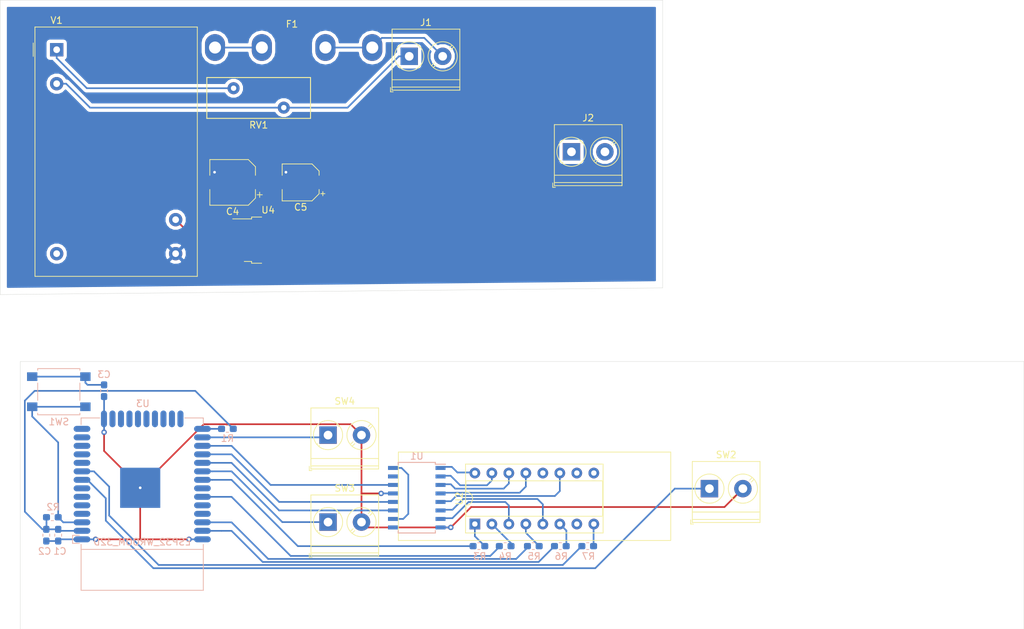
<source format=kicad_pcb>
(kicad_pcb (version 20171130) (host pcbnew "(6.0.0-rc1-dev-904-g29e0e6921)")

  (general
    (thickness 1.6)
    (drawings 12)
    (tracks 190)
    (zones 0)
    (modules 25)
    (nets 63)
  )

  (page A4)
  (layers
    (0 F.Cu signal)
    (31 B.Cu signal)
    (32 B.Adhes user)
    (33 F.Adhes user)
    (34 B.Paste user)
    (35 F.Paste user)
    (36 B.SilkS user)
    (37 F.SilkS user)
    (38 B.Mask user)
    (39 F.Mask user)
    (40 Dwgs.User user)
    (41 Cmts.User user)
    (42 Eco1.User user)
    (43 Eco2.User user)
    (44 Edge.Cuts user)
    (45 Margin user)
    (46 B.CrtYd user)
    (47 F.CrtYd user)
    (48 B.Fab user)
    (49 F.Fab user)
  )

  (setup
    (last_trace_width 0.25)
    (trace_clearance 0.2)
    (zone_clearance 0.508)
    (zone_45_only no)
    (trace_min 0.2)
    (via_size 0.8)
    (via_drill 0.4)
    (via_min_size 0.4)
    (via_min_drill 0.3)
    (uvia_size 0.3)
    (uvia_drill 0.1)
    (uvias_allowed no)
    (uvia_min_size 0.2)
    (uvia_min_drill 0.1)
    (edge_width 0.05)
    (segment_width 0.2)
    (pcb_text_width 0.3)
    (pcb_text_size 1.5 1.5)
    (mod_edge_width 0.12)
    (mod_text_size 1 1)
    (mod_text_width 0.15)
    (pad_size 1.35 1.35)
    (pad_drill 0.8)
    (pad_to_mask_clearance 0.051)
    (solder_mask_min_width 0.25)
    (aux_axis_origin 0 0)
    (grid_origin 185.42 98.298)
    (visible_elements 7FFFFFFF)
    (pcbplotparams
      (layerselection 0x010fc_ffffffff)
      (usegerberextensions false)
      (usegerberattributes false)
      (usegerberadvancedattributes false)
      (creategerberjobfile false)
      (excludeedgelayer true)
      (linewidth 0.100000)
      (plotframeref false)
      (viasonmask false)
      (mode 1)
      (useauxorigin false)
      (hpglpennumber 1)
      (hpglpenspeed 20)
      (hpglpendiameter 15.000000)
      (psnegative false)
      (psa4output false)
      (plotreference true)
      (plotvalue true)
      (plotinvisibletext false)
      (padsonsilk false)
      (subtractmaskfromsilk false)
      (outputformat 1)
      (mirror false)
      (drillshape 1)
      (scaleselection 1)
      (outputdirectory ""))
  )

  (net 0 "")
  (net 1 GND)
  (net 2 +3V3)
  (net 3 "Net-(C3-Pad1)")
  (net 4 /IO0)
  (net 5 "Net-(R2-Pad1)")
  (net 6 /LED_DOT)
  (net 7 "Net-(R3-Pad2)")
  (net 8 /LED_1)
  (net 9 "Net-(R4-Pad2)")
  (net 10 "Net-(R5-Pad2)")
  (net 11 /LED_2)
  (net 12 /LED_3)
  (net 13 "Net-(R6-Pad2)")
  (net 14 "Net-(R7-Pad2)")
  (net 15 /LED_4)
  (net 16 /UV_GO)
  (net 17 /UV_DOWN)
  (net 18 /UV_UP)
  (net 19 "Net-(U1-Pad9)")
  (net 20 VCC)
  (net 21 /LED_CLK)
  (net 22 /LED_LATCH)
  (net 23 /LED_DATA)
  (net 24 "Net-(U1-Pad15)")
  (net 25 "Net-(U3-Pad4)")
  (net 26 "Net-(U3-Pad5)")
  (net 27 "Net-(U3-Pad6)")
  (net 28 "Net-(U3-Pad7)")
  (net 29 "Net-(U3-Pad11)")
  (net 30 "Net-(U3-Pad12)")
  (net 31 "Net-(U3-Pad13)")
  (net 32 "Net-(U3-Pad14)")
  (net 33 "Net-(U3-Pad16)")
  (net 34 "Net-(U3-Pad17)")
  (net 35 "Net-(U3-Pad18)")
  (net 36 "Net-(U3-Pad19)")
  (net 37 "Net-(U3-Pad20)")
  (net 38 "Net-(U3-Pad21)")
  (net 39 "Net-(U3-Pad22)")
  (net 40 "Net-(U3-Pad23)")
  (net 41 "Net-(U3-Pad24)")
  (net 42 "Net-(U3-Pad32)")
  (net 43 /RX)
  (net 44 /TX)
  (net 45 "Net-(U2-Pad7)")
  (net 46 "Net-(U2-Pad9)")
  (net 47 /LED_E)
  (net 48 /LED_F)
  (net 49 /LED_C)
  (net 50 /LED_A)
  (net 51 /LED_G)
  (net 52 /LED_D)
  (net 53 /LED_B)
  (net 54 "Net-(J2-Pad2)")
  (net 55 "Net-(U3-Pad10)")
  (net 56 /UNFUSED_LIVE)
  (net 57 /LIVE_IN)
  (net 58 /NEUTRAL)
  (net 59 /LIVE)
  (net 60 "Net-(V1-Pad3)")
  (net 61 +12V)
  (net 62 "Net-(J2-Pad1)")

  (net_class Default "This is the default net class."
    (clearance 0.2)
    (trace_width 0.25)
    (via_dia 0.8)
    (via_drill 0.4)
    (uvia_dia 0.3)
    (uvia_drill 0.1)
    (add_net +12V)
    (add_net +3V3)
    (add_net /IO0)
    (add_net /LED_1)
    (add_net /LED_2)
    (add_net /LED_3)
    (add_net /LED_4)
    (add_net /LED_A)
    (add_net /LED_B)
    (add_net /LED_C)
    (add_net /LED_CLK)
    (add_net /LED_D)
    (add_net /LED_DATA)
    (add_net /LED_DOT)
    (add_net /LED_E)
    (add_net /LED_F)
    (add_net /LED_G)
    (add_net /LED_LATCH)
    (add_net /LIVE)
    (add_net /LIVE_IN)
    (add_net /NEUTRAL)
    (add_net /RX)
    (add_net /TX)
    (add_net /UNFUSED_LIVE)
    (add_net /UV_DOWN)
    (add_net /UV_GO)
    (add_net /UV_UP)
    (add_net GND)
    (add_net "Net-(C3-Pad1)")
    (add_net "Net-(J2-Pad1)")
    (add_net "Net-(J2-Pad2)")
    (add_net "Net-(R2-Pad1)")
    (add_net "Net-(R3-Pad2)")
    (add_net "Net-(R4-Pad2)")
    (add_net "Net-(R5-Pad2)")
    (add_net "Net-(R6-Pad2)")
    (add_net "Net-(R7-Pad2)")
    (add_net "Net-(U1-Pad15)")
    (add_net "Net-(U1-Pad9)")
    (add_net "Net-(U2-Pad7)")
    (add_net "Net-(U2-Pad9)")
    (add_net "Net-(U3-Pad10)")
    (add_net "Net-(U3-Pad11)")
    (add_net "Net-(U3-Pad12)")
    (add_net "Net-(U3-Pad13)")
    (add_net "Net-(U3-Pad14)")
    (add_net "Net-(U3-Pad16)")
    (add_net "Net-(U3-Pad17)")
    (add_net "Net-(U3-Pad18)")
    (add_net "Net-(U3-Pad19)")
    (add_net "Net-(U3-Pad20)")
    (add_net "Net-(U3-Pad21)")
    (add_net "Net-(U3-Pad22)")
    (add_net "Net-(U3-Pad23)")
    (add_net "Net-(U3-Pad24)")
    (add_net "Net-(U3-Pad32)")
    (add_net "Net-(U3-Pad4)")
    (add_net "Net-(U3-Pad5)")
    (add_net "Net-(U3-Pad6)")
    (add_net "Net-(U3-Pad7)")
    (add_net "Net-(V1-Pad3)")
    (add_net VCC)
  )

  (module TerminalBlock_Phoenix:TerminalBlock_Phoenix_PT-1,5-2-5.0-H_1x02_P5.00mm_Horizontal (layer F.Cu) (tedit 5B294F69) (tstamp 5DD8921B)
    (at 177.8 76.962)
    (descr "Terminal Block Phoenix PT-1,5-2-5.0-H, 2 pins, pitch 5mm, size 10x9mm^2, drill diamater 1.3mm, pad diameter 2.6mm, see http://www.mouser.com/ds/2/324/ItemDetail_1935161-922578.pdf, script-generated using https://github.com/pointhi/kicad-footprint-generator/scripts/TerminalBlock_Phoenix")
    (tags "THT Terminal Block Phoenix PT-1,5-2-5.0-H pitch 5mm size 10x9mm^2 drill 1.3mm pad 2.6mm")
    (path /5E010218)
    (fp_text reference J2 (at 2.5 -5.06) (layer F.SilkS)
      (effects (font (size 1 1) (thickness 0.15)))
    )
    (fp_text value AIR_FILTER (at 2.5 6.06) (layer F.Fab)
      (effects (font (size 1 1) (thickness 0.15)))
    )
    (fp_text user %R (at 2.5 2.9) (layer F.Fab)
      (effects (font (size 1 1) (thickness 0.15)))
    )
    (fp_line (start 8 -4.5) (end -3 -4.5) (layer F.CrtYd) (width 0.05))
    (fp_line (start 8 5.5) (end 8 -4.5) (layer F.CrtYd) (width 0.05))
    (fp_line (start -3 5.5) (end 8 5.5) (layer F.CrtYd) (width 0.05))
    (fp_line (start -3 -4.5) (end -3 5.5) (layer F.CrtYd) (width 0.05))
    (fp_line (start -2.8 5.3) (end -2.4 5.3) (layer F.SilkS) (width 0.12))
    (fp_line (start -2.8 4.66) (end -2.8 5.3) (layer F.SilkS) (width 0.12))
    (fp_line (start 3.742 0.992) (end 3.347 1.388) (layer F.SilkS) (width 0.12))
    (fp_line (start 6.388 -1.654) (end 6.008 -1.274) (layer F.SilkS) (width 0.12))
    (fp_line (start 3.993 1.274) (end 3.613 1.654) (layer F.SilkS) (width 0.12))
    (fp_line (start 6.654 -1.388) (end 6.259 -0.992) (layer F.SilkS) (width 0.12))
    (fp_line (start 6.273 -1.517) (end 3.484 1.273) (layer F.Fab) (width 0.1))
    (fp_line (start 6.517 -1.273) (end 3.728 1.517) (layer F.Fab) (width 0.1))
    (fp_line (start -1.548 1.281) (end -1.654 1.388) (layer F.SilkS) (width 0.12))
    (fp_line (start 1.388 -1.654) (end 1.281 -1.547) (layer F.SilkS) (width 0.12))
    (fp_line (start -1.282 1.547) (end -1.388 1.654) (layer F.SilkS) (width 0.12))
    (fp_line (start 1.654 -1.388) (end 1.547 -1.281) (layer F.SilkS) (width 0.12))
    (fp_line (start 1.273 -1.517) (end -1.517 1.273) (layer F.Fab) (width 0.1))
    (fp_line (start 1.517 -1.273) (end -1.273 1.517) (layer F.Fab) (width 0.1))
    (fp_line (start 7.56 -4.06) (end 7.56 5.06) (layer F.SilkS) (width 0.12))
    (fp_line (start -2.56 -4.06) (end -2.56 5.06) (layer F.SilkS) (width 0.12))
    (fp_line (start -2.56 5.06) (end 7.56 5.06) (layer F.SilkS) (width 0.12))
    (fp_line (start -2.56 -4.06) (end 7.56 -4.06) (layer F.SilkS) (width 0.12))
    (fp_line (start -2.56 3.5) (end 7.56 3.5) (layer F.SilkS) (width 0.12))
    (fp_line (start -2.5 3.5) (end 7.5 3.5) (layer F.Fab) (width 0.1))
    (fp_line (start -2.56 4.6) (end 7.56 4.6) (layer F.SilkS) (width 0.12))
    (fp_line (start -2.5 4.6) (end 7.5 4.6) (layer F.Fab) (width 0.1))
    (fp_line (start -2.5 4.6) (end -2.5 -4) (layer F.Fab) (width 0.1))
    (fp_line (start -2.1 5) (end -2.5 4.6) (layer F.Fab) (width 0.1))
    (fp_line (start 7.5 5) (end -2.1 5) (layer F.Fab) (width 0.1))
    (fp_line (start 7.5 -4) (end 7.5 5) (layer F.Fab) (width 0.1))
    (fp_line (start -2.5 -4) (end 7.5 -4) (layer F.Fab) (width 0.1))
    (fp_circle (center 5 0) (end 7.18 0) (layer F.SilkS) (width 0.12))
    (fp_circle (center 5 0) (end 7 0) (layer F.Fab) (width 0.1))
    (fp_circle (center 0 0) (end 2.18 0) (layer F.SilkS) (width 0.12))
    (fp_circle (center 0 0) (end 2 0) (layer F.Fab) (width 0.1))
    (pad 2 thru_hole circle (at 5 0) (size 2.6 2.6) (drill 1.3) (layers *.Cu *.Mask)
      (net 54 "Net-(J2-Pad2)"))
    (pad 1 thru_hole rect (at 0 0) (size 2.6 2.6) (drill 1.3) (layers *.Cu *.Mask)
      (net 62 "Net-(J2-Pad1)"))
    (model ${KISYS3DMOD}/TerminalBlock_Phoenix.3dshapes/TerminalBlock_Phoenix_PT-1,5-2-5.0-H_1x02_P5.00mm_Horizontal.wrl
      (at (xyz 0 0 0))
      (scale (xyz 1 1 1))
      (rotate (xyz 0 0 0))
    )
  )

  (module Package_DIP:DIP-16_W7.62mm_Socket (layer F.Cu) (tedit 5A02E8C5) (tstamp 5DD7697C)
    (at 163.36 132.588 90)
    (descr "16-lead though-hole mounted DIP package, row spacing 7.62 mm (300 mils), Socket")
    (tags "THT DIP DIL PDIP 2.54mm 7.62mm 300mil Socket")
    (path /5DD6FE8B)
    (fp_text reference U2 (at 3.81 -2.33 90) (layer F.SilkS)
      (effects (font (size 1 1) (thickness 0.15)))
    )
    (fp_text value LTC-4627JR (at 3.81 20.11 90) (layer F.Fab)
      (effects (font (size 1 1) (thickness 0.15)))
    )
    (fp_arc (start 3.81 -1.33) (end 2.81 -1.33) (angle -180) (layer F.SilkS) (width 0.12))
    (fp_line (start 1.635 -1.27) (end 6.985 -1.27) (layer F.Fab) (width 0.1))
    (fp_line (start 6.985 -1.27) (end 6.985 19.05) (layer F.Fab) (width 0.1))
    (fp_line (start 6.985 19.05) (end 0.635 19.05) (layer F.Fab) (width 0.1))
    (fp_line (start 0.635 19.05) (end 0.635 -0.27) (layer F.Fab) (width 0.1))
    (fp_line (start 0.635 -0.27) (end 1.635 -1.27) (layer F.Fab) (width 0.1))
    (fp_line (start -1.27 -1.33) (end -1.27 19.11) (layer F.Fab) (width 0.1))
    (fp_line (start -1.27 19.11) (end 8.89 19.11) (layer F.Fab) (width 0.1))
    (fp_line (start 8.89 19.11) (end 8.89 -1.33) (layer F.Fab) (width 0.1))
    (fp_line (start 8.89 -1.33) (end -1.27 -1.33) (layer F.Fab) (width 0.1))
    (fp_line (start 2.81 -1.33) (end 1.16 -1.33) (layer F.SilkS) (width 0.12))
    (fp_line (start 1.16 -1.33) (end 1.16 19.11) (layer F.SilkS) (width 0.12))
    (fp_line (start 1.16 19.11) (end 6.46 19.11) (layer F.SilkS) (width 0.12))
    (fp_line (start 6.46 19.11) (end 6.46 -1.33) (layer F.SilkS) (width 0.12))
    (fp_line (start 6.46 -1.33) (end 4.81 -1.33) (layer F.SilkS) (width 0.12))
    (fp_line (start -1.33 -1.39) (end -1.33 19.17) (layer F.SilkS) (width 0.12))
    (fp_line (start -1.33 19.17) (end 8.95 19.17) (layer F.SilkS) (width 0.12))
    (fp_line (start 8.95 19.17) (end 8.95 -1.39) (layer F.SilkS) (width 0.12))
    (fp_line (start 8.95 -1.39) (end -1.33 -1.39) (layer F.SilkS) (width 0.12))
    (fp_line (start -1.55 -1.6) (end -1.55 19.4) (layer F.CrtYd) (width 0.05))
    (fp_line (start -1.55 19.4) (end 9.15 19.4) (layer F.CrtYd) (width 0.05))
    (fp_line (start 9.15 19.4) (end 9.15 -1.6) (layer F.CrtYd) (width 0.05))
    (fp_line (start 9.15 -1.6) (end -1.55 -1.6) (layer F.CrtYd) (width 0.05))
    (fp_text user %R (at 3.81 8.89 90) (layer F.Fab)
      (effects (font (size 1 1) (thickness 0.15)))
    )
    (pad 1 thru_hole rect (at 0 0 90) (size 1.6 1.6) (drill 0.8) (layers *.Cu *.Mask)
      (net 7 "Net-(R3-Pad2)"))
    (pad 9 thru_hole oval (at 7.62 17.78 90) (size 1.6 1.6) (drill 0.8) (layers *.Cu *.Mask)
      (net 46 "Net-(U2-Pad9)"))
    (pad 2 thru_hole oval (at 0 2.54 90) (size 1.6 1.6) (drill 0.8) (layers *.Cu *.Mask)
      (net 9 "Net-(R4-Pad2)"))
    (pad 10 thru_hole oval (at 7.62 15.24 90) (size 1.6 1.6) (drill 0.8) (layers *.Cu *.Mask))
    (pad 3 thru_hole oval (at 0 5.08 90) (size 1.6 1.6) (drill 0.8) (layers *.Cu *.Mask)
      (net 52 /LED_D))
    (pad 11 thru_hole oval (at 7.62 12.7 90) (size 1.6 1.6) (drill 0.8) (layers *.Cu *.Mask)
      (net 48 /LED_F))
    (pad 4 thru_hole oval (at 0 7.62 90) (size 1.6 1.6) (drill 0.8) (layers *.Cu *.Mask)
      (net 10 "Net-(R5-Pad2)"))
    (pad 12 thru_hole oval (at 7.62 10.16 90) (size 1.6 1.6) (drill 0.8) (layers *.Cu *.Mask))
    (pad 5 thru_hole oval (at 0 10.16 90) (size 1.6 1.6) (drill 0.8) (layers *.Cu *.Mask)
      (net 47 /LED_E))
    (pad 13 thru_hole oval (at 7.62 7.62 90) (size 1.6 1.6) (drill 0.8) (layers *.Cu *.Mask)
      (net 49 /LED_C))
    (pad 6 thru_hole oval (at 0 12.7 90) (size 1.6 1.6) (drill 0.8) (layers *.Cu *.Mask)
      (net 13 "Net-(R6-Pad2)"))
    (pad 14 thru_hole oval (at 7.62 5.08 90) (size 1.6 1.6) (drill 0.8) (layers *.Cu *.Mask)
      (net 50 /LED_A))
    (pad 7 thru_hole oval (at 0 15.24 90) (size 1.6 1.6) (drill 0.8) (layers *.Cu *.Mask)
      (net 45 "Net-(U2-Pad7)"))
    (pad 15 thru_hole oval (at 7.62 2.54 90) (size 1.6 1.6) (drill 0.8) (layers *.Cu *.Mask)
      (net 51 /LED_G))
    (pad 8 thru_hole oval (at 0 17.78 90) (size 1.6 1.6) (drill 0.8) (layers *.Cu *.Mask)
      (net 14 "Net-(R7-Pad2)"))
    (pad 16 thru_hole oval (at 7.62 0 90) (size 1.6 1.6) (drill 0.8) (layers *.Cu *.Mask)
      (net 53 /LED_B))
    (model ${KISYS3DMOD}/Package_DIP.3dshapes/DIP-16_W7.62mm_Socket.wrl
      (at (xyz 0 0 0))
      (scale (xyz 1 1 1))
      (rotate (xyz 0 0 0))
    )
  )

  (module Capacitor_SMD:C_0603_1608Metric_Pad1.05x0.95mm_HandSolder (layer B.Cu) (tedit 5B301BBE) (tstamp 5DD75748)
    (at 101.092 134.253 90)
    (descr "Capacitor SMD 0603 (1608 Metric), square (rectangular) end terminal, IPC_7351 nominal with elongated pad for handsoldering. (Body size source: http://www.tortai-tech.com/upload/download/2011102023233369053.pdf), generated with kicad-footprint-generator")
    (tags "capacitor handsolder")
    (path /5DE70F43)
    (attr smd)
    (fp_text reference C1 (at -2.399 0.254 180) (layer B.SilkS)
      (effects (font (size 1 1) (thickness 0.15)) (justify mirror))
    )
    (fp_text value 10uF (at -3.669 0 90) (layer B.Fab)
      (effects (font (size 1 1) (thickness 0.15)) (justify mirror))
    )
    (fp_line (start -0.8 -0.4) (end -0.8 0.4) (layer B.Fab) (width 0.1))
    (fp_line (start -0.8 0.4) (end 0.8 0.4) (layer B.Fab) (width 0.1))
    (fp_line (start 0.8 0.4) (end 0.8 -0.4) (layer B.Fab) (width 0.1))
    (fp_line (start 0.8 -0.4) (end -0.8 -0.4) (layer B.Fab) (width 0.1))
    (fp_line (start -0.171267 0.51) (end 0.171267 0.51) (layer B.SilkS) (width 0.12))
    (fp_line (start -0.171267 -0.51) (end 0.171267 -0.51) (layer B.SilkS) (width 0.12))
    (fp_line (start -1.65 -0.73) (end -1.65 0.73) (layer B.CrtYd) (width 0.05))
    (fp_line (start -1.65 0.73) (end 1.65 0.73) (layer B.CrtYd) (width 0.05))
    (fp_line (start 1.65 0.73) (end 1.65 -0.73) (layer B.CrtYd) (width 0.05))
    (fp_line (start 1.65 -0.73) (end -1.65 -0.73) (layer B.CrtYd) (width 0.05))
    (fp_text user %R (at 0 0 90) (layer B.Fab)
      (effects (font (size 0.4 0.4) (thickness 0.06)) (justify mirror))
    )
    (pad 1 smd roundrect (at -0.875 0 90) (size 1.05 0.95) (layers B.Cu B.Paste B.Mask) (roundrect_rratio 0.25)
      (net 1 GND))
    (pad 2 smd roundrect (at 0.875 0 90) (size 1.05 0.95) (layers B.Cu B.Paste B.Mask) (roundrect_rratio 0.25)
      (net 2 +3V3))
    (model ${KISYS3DMOD}/Capacitor_SMD.3dshapes/C_0603_1608Metric.wrl
      (at (xyz 0 0 0))
      (scale (xyz 1 1 1))
      (rotate (xyz 0 0 0))
    )
  )

  (module Capacitor_SMD:C_0603_1608Metric_Pad1.05x0.95mm_HandSolder (layer B.Cu) (tedit 5B301BBE) (tstamp 5DD87C53)
    (at 99.314 134.253 270)
    (descr "Capacitor SMD 0603 (1608 Metric), square (rectangular) end terminal, IPC_7351 nominal with elongated pad for handsoldering. (Body size source: http://www.tortai-tech.com/upload/download/2011102023233369053.pdf), generated with kicad-footprint-generator")
    (tags "capacitor handsolder")
    (path /5DE6CAEE)
    (attr smd)
    (fp_text reference C2 (at 2.399 0.254 180) (layer B.SilkS)
      (effects (font (size 1 1) (thickness 0.15)) (justify mirror))
    )
    (fp_text value 0.1uF (at 3.923 0 270) (layer B.Fab)
      (effects (font (size 1 1) (thickness 0.15)) (justify mirror))
    )
    (fp_text user %R (at 0 0 270) (layer B.Fab)
      (effects (font (size 0.4 0.4) (thickness 0.06)) (justify mirror))
    )
    (fp_line (start 1.65 -0.73) (end -1.65 -0.73) (layer B.CrtYd) (width 0.05))
    (fp_line (start 1.65 0.73) (end 1.65 -0.73) (layer B.CrtYd) (width 0.05))
    (fp_line (start -1.65 0.73) (end 1.65 0.73) (layer B.CrtYd) (width 0.05))
    (fp_line (start -1.65 -0.73) (end -1.65 0.73) (layer B.CrtYd) (width 0.05))
    (fp_line (start -0.171267 -0.51) (end 0.171267 -0.51) (layer B.SilkS) (width 0.12))
    (fp_line (start -0.171267 0.51) (end 0.171267 0.51) (layer B.SilkS) (width 0.12))
    (fp_line (start 0.8 -0.4) (end -0.8 -0.4) (layer B.Fab) (width 0.1))
    (fp_line (start 0.8 0.4) (end 0.8 -0.4) (layer B.Fab) (width 0.1))
    (fp_line (start -0.8 0.4) (end 0.8 0.4) (layer B.Fab) (width 0.1))
    (fp_line (start -0.8 -0.4) (end -0.8 0.4) (layer B.Fab) (width 0.1))
    (pad 2 smd roundrect (at 0.875 0 270) (size 1.05 0.95) (layers B.Cu B.Paste B.Mask) (roundrect_rratio 0.25)
      (net 1 GND))
    (pad 1 smd roundrect (at -0.875 0 270) (size 1.05 0.95) (layers B.Cu B.Paste B.Mask) (roundrect_rratio 0.25)
      (net 2 +3V3))
    (model ${KISYS3DMOD}/Capacitor_SMD.3dshapes/C_0603_1608Metric.wrl
      (at (xyz 0 0 0))
      (scale (xyz 1 1 1))
      (rotate (xyz 0 0 0))
    )
  )

  (module Capacitor_SMD:C_0603_1608Metric_Pad1.05x0.95mm_HandSolder (layer B.Cu) (tedit 5B301BBE) (tstamp 5DD76085)
    (at 107.95 112.663 270)
    (descr "Capacitor SMD 0603 (1608 Metric), square (rectangular) end terminal, IPC_7351 nominal with elongated pad for handsoldering. (Body size source: http://www.tortai-tech.com/upload/download/2011102023233369053.pdf), generated with kicad-footprint-generator")
    (tags "capacitor handsolder")
    (path /5DE694E0)
    (attr smd)
    (fp_text reference C3 (at -2.427 0) (layer B.SilkS)
      (effects (font (size 1 1) (thickness 0.15)) (justify mirror))
    )
    (fp_text value 0.1uF (at 0 -1.43 270) (layer B.Fab)
      (effects (font (size 1 1) (thickness 0.15)) (justify mirror))
    )
    (fp_line (start -0.8 -0.4) (end -0.8 0.4) (layer B.Fab) (width 0.1))
    (fp_line (start -0.8 0.4) (end 0.8 0.4) (layer B.Fab) (width 0.1))
    (fp_line (start 0.8 0.4) (end 0.8 -0.4) (layer B.Fab) (width 0.1))
    (fp_line (start 0.8 -0.4) (end -0.8 -0.4) (layer B.Fab) (width 0.1))
    (fp_line (start -0.171267 0.51) (end 0.171267 0.51) (layer B.SilkS) (width 0.12))
    (fp_line (start -0.171267 -0.51) (end 0.171267 -0.51) (layer B.SilkS) (width 0.12))
    (fp_line (start -1.65 -0.73) (end -1.65 0.73) (layer B.CrtYd) (width 0.05))
    (fp_line (start -1.65 0.73) (end 1.65 0.73) (layer B.CrtYd) (width 0.05))
    (fp_line (start 1.65 0.73) (end 1.65 -0.73) (layer B.CrtYd) (width 0.05))
    (fp_line (start 1.65 -0.73) (end -1.65 -0.73) (layer B.CrtYd) (width 0.05))
    (fp_text user %R (at 0 0 270) (layer B.Fab)
      (effects (font (size 0.4 0.4) (thickness 0.06)) (justify mirror))
    )
    (pad 1 smd roundrect (at -0.875 0 270) (size 1.05 0.95) (layers B.Cu B.Paste B.Mask) (roundrect_rratio 0.25)
      (net 3 "Net-(C3-Pad1)"))
    (pad 2 smd roundrect (at 0.875 0 270) (size 1.05 0.95) (layers B.Cu B.Paste B.Mask) (roundrect_rratio 0.25)
      (net 1 GND))
    (model ${KISYS3DMOD}/Capacitor_SMD.3dshapes/C_0603_1608Metric.wrl
      (at (xyz 0 0 0))
      (scale (xyz 1 1 1))
      (rotate (xyz 0 0 0))
    )
  )

  (module Resistor_SMD:R_0603_1608Metric_Pad1.05x0.95mm_HandSolder (layer B.Cu) (tedit 5B301BBD) (tstamp 5DD7577B)
    (at 126.379 118.364)
    (descr "Resistor SMD 0603 (1608 Metric), square (rectangular) end terminal, IPC_7351 nominal with elongated pad for handsoldering. (Body size source: http://www.tortai-tech.com/upload/download/2011102023233369053.pdf), generated with kicad-footprint-generator")
    (tags "resistor handsolder")
    (path /5DEB346A)
    (attr smd)
    (fp_text reference R1 (at 0 1.43) (layer B.SilkS)
      (effects (font (size 1 1) (thickness 0.15)) (justify mirror))
    )
    (fp_text value 10k (at 0 -1.43) (layer B.Fab)
      (effects (font (size 1 1) (thickness 0.15)) (justify mirror))
    )
    (fp_line (start -0.8 -0.4) (end -0.8 0.4) (layer B.Fab) (width 0.1))
    (fp_line (start -0.8 0.4) (end 0.8 0.4) (layer B.Fab) (width 0.1))
    (fp_line (start 0.8 0.4) (end 0.8 -0.4) (layer B.Fab) (width 0.1))
    (fp_line (start 0.8 -0.4) (end -0.8 -0.4) (layer B.Fab) (width 0.1))
    (fp_line (start -0.171267 0.51) (end 0.171267 0.51) (layer B.SilkS) (width 0.12))
    (fp_line (start -0.171267 -0.51) (end 0.171267 -0.51) (layer B.SilkS) (width 0.12))
    (fp_line (start -1.65 -0.73) (end -1.65 0.73) (layer B.CrtYd) (width 0.05))
    (fp_line (start -1.65 0.73) (end 1.65 0.73) (layer B.CrtYd) (width 0.05))
    (fp_line (start 1.65 0.73) (end 1.65 -0.73) (layer B.CrtYd) (width 0.05))
    (fp_line (start 1.65 -0.73) (end -1.65 -0.73) (layer B.CrtYd) (width 0.05))
    (fp_text user %R (at 0 0) (layer B.Fab)
      (effects (font (size 0.4 0.4) (thickness 0.06)) (justify mirror))
    )
    (pad 1 smd roundrect (at -0.875 0) (size 1.05 0.95) (layers B.Cu B.Paste B.Mask) (roundrect_rratio 0.25)
      (net 4 /IO0))
    (pad 2 smd roundrect (at 0.875 0) (size 1.05 0.95) (layers B.Cu B.Paste B.Mask) (roundrect_rratio 0.25)
      (net 2 +3V3))
    (model ${KISYS3DMOD}/Resistor_SMD.3dshapes/R_0603_1608Metric.wrl
      (at (xyz 0 0 0))
      (scale (xyz 1 1 1))
      (rotate (xyz 0 0 0))
    )
  )

  (module Resistor_SMD:R_0603_1608Metric_Pad1.05x0.95mm_HandSolder (layer B.Cu) (tedit 5B301BBD) (tstamp 5DD87BED)
    (at 100.217 131.572 180)
    (descr "Resistor SMD 0603 (1608 Metric), square (rectangular) end terminal, IPC_7351 nominal with elongated pad for handsoldering. (Body size source: http://www.tortai-tech.com/upload/download/2011102023233369053.pdf), generated with kicad-footprint-generator")
    (tags "resistor handsolder")
    (path /5DE4F59B)
    (attr smd)
    (fp_text reference R2 (at -0.113 1.524) (layer B.SilkS)
      (effects (font (size 1 1) (thickness 0.15)) (justify mirror))
    )
    (fp_text value 10k (at -0.113 1.524 180) (layer B.Fab)
      (effects (font (size 1 1) (thickness 0.15)) (justify mirror))
    )
    (fp_text user %R (at 0 0 180) (layer B.Fab)
      (effects (font (size 0.4 0.4) (thickness 0.06)) (justify mirror))
    )
    (fp_line (start 1.65 -0.73) (end -1.65 -0.73) (layer B.CrtYd) (width 0.05))
    (fp_line (start 1.65 0.73) (end 1.65 -0.73) (layer B.CrtYd) (width 0.05))
    (fp_line (start -1.65 0.73) (end 1.65 0.73) (layer B.CrtYd) (width 0.05))
    (fp_line (start -1.65 -0.73) (end -1.65 0.73) (layer B.CrtYd) (width 0.05))
    (fp_line (start -0.171267 -0.51) (end 0.171267 -0.51) (layer B.SilkS) (width 0.12))
    (fp_line (start -0.171267 0.51) (end 0.171267 0.51) (layer B.SilkS) (width 0.12))
    (fp_line (start 0.8 -0.4) (end -0.8 -0.4) (layer B.Fab) (width 0.1))
    (fp_line (start 0.8 0.4) (end 0.8 -0.4) (layer B.Fab) (width 0.1))
    (fp_line (start -0.8 0.4) (end 0.8 0.4) (layer B.Fab) (width 0.1))
    (fp_line (start -0.8 -0.4) (end -0.8 0.4) (layer B.Fab) (width 0.1))
    (pad 2 smd roundrect (at 0.875 0 180) (size 1.05 0.95) (layers B.Cu B.Paste B.Mask) (roundrect_rratio 0.25)
      (net 2 +3V3))
    (pad 1 smd roundrect (at -0.875 0 180) (size 1.05 0.95) (layers B.Cu B.Paste B.Mask) (roundrect_rratio 0.25)
      (net 5 "Net-(R2-Pad1)"))
    (model ${KISYS3DMOD}/Resistor_SMD.3dshapes/R_0603_1608Metric.wrl
      (at (xyz 0 0 0))
      (scale (xyz 1 1 1))
      (rotate (xyz 0 0 0))
    )
  )

  (module Resistor_SMD:R_0603_1608Metric_Pad1.05x0.95mm_HandSolder (layer B.Cu) (tedit 5B301BBD) (tstamp 5DD823AA)
    (at 163.971 135.89)
    (descr "Resistor SMD 0603 (1608 Metric), square (rectangular) end terminal, IPC_7351 nominal with elongated pad for handsoldering. (Body size source: http://www.tortai-tech.com/upload/download/2011102023233369053.pdf), generated with kicad-footprint-generator")
    (tags "resistor handsolder")
    (path /5DDEC2B3)
    (attr smd)
    (fp_text reference R3 (at 0.113 1.524) (layer B.SilkS)
      (effects (font (size 1 1) (thickness 0.15)) (justify mirror))
    )
    (fp_text value R (at 0 -1.43) (layer B.Fab)
      (effects (font (size 1 1) (thickness 0.15)) (justify mirror))
    )
    (fp_line (start -0.8 -0.4) (end -0.8 0.4) (layer B.Fab) (width 0.1))
    (fp_line (start -0.8 0.4) (end 0.8 0.4) (layer B.Fab) (width 0.1))
    (fp_line (start 0.8 0.4) (end 0.8 -0.4) (layer B.Fab) (width 0.1))
    (fp_line (start 0.8 -0.4) (end -0.8 -0.4) (layer B.Fab) (width 0.1))
    (fp_line (start -0.171267 0.51) (end 0.171267 0.51) (layer B.SilkS) (width 0.12))
    (fp_line (start -0.171267 -0.51) (end 0.171267 -0.51) (layer B.SilkS) (width 0.12))
    (fp_line (start -1.65 -0.73) (end -1.65 0.73) (layer B.CrtYd) (width 0.05))
    (fp_line (start -1.65 0.73) (end 1.65 0.73) (layer B.CrtYd) (width 0.05))
    (fp_line (start 1.65 0.73) (end 1.65 -0.73) (layer B.CrtYd) (width 0.05))
    (fp_line (start 1.65 -0.73) (end -1.65 -0.73) (layer B.CrtYd) (width 0.05))
    (fp_text user %R (at 0 0) (layer B.Fab)
      (effects (font (size 0.4 0.4) (thickness 0.06)) (justify mirror))
    )
    (pad 1 smd roundrect (at -0.875 0) (size 1.05 0.95) (layers B.Cu B.Paste B.Mask) (roundrect_rratio 0.25)
      (net 8 /LED_1))
    (pad 2 smd roundrect (at 0.875 0) (size 1.05 0.95) (layers B.Cu B.Paste B.Mask) (roundrect_rratio 0.25)
      (net 7 "Net-(R3-Pad2)"))
    (model ${KISYS3DMOD}/Resistor_SMD.3dshapes/R_0603_1608Metric.wrl
      (at (xyz 0 0 0))
      (scale (xyz 1 1 1))
      (rotate (xyz 0 0 0))
    )
  )

  (module Resistor_SMD:R_0603_1608Metric_Pad1.05x0.95mm_HandSolder (layer B.Cu) (tedit 5B301BBD) (tstamp 5DD757AE)
    (at 167.894 135.89)
    (descr "Resistor SMD 0603 (1608 Metric), square (rectangular) end terminal, IPC_7351 nominal with elongated pad for handsoldering. (Body size source: http://www.tortai-tech.com/upload/download/2011102023233369053.pdf), generated with kicad-footprint-generator")
    (tags "resistor handsolder")
    (path /5DD77B87)
    (attr smd)
    (fp_text reference R4 (at 0 1.524) (layer B.SilkS)
      (effects (font (size 1 1) (thickness 0.15)) (justify mirror))
    )
    (fp_text value R (at 0 -1.43) (layer B.Fab)
      (effects (font (size 1 1) (thickness 0.15)) (justify mirror))
    )
    (fp_line (start -0.8 -0.4) (end -0.8 0.4) (layer B.Fab) (width 0.1))
    (fp_line (start -0.8 0.4) (end 0.8 0.4) (layer B.Fab) (width 0.1))
    (fp_line (start 0.8 0.4) (end 0.8 -0.4) (layer B.Fab) (width 0.1))
    (fp_line (start 0.8 -0.4) (end -0.8 -0.4) (layer B.Fab) (width 0.1))
    (fp_line (start -0.171267 0.51) (end 0.171267 0.51) (layer B.SilkS) (width 0.12))
    (fp_line (start -0.171267 -0.51) (end 0.171267 -0.51) (layer B.SilkS) (width 0.12))
    (fp_line (start -1.65 -0.73) (end -1.65 0.73) (layer B.CrtYd) (width 0.05))
    (fp_line (start -1.65 0.73) (end 1.65 0.73) (layer B.CrtYd) (width 0.05))
    (fp_line (start 1.65 0.73) (end 1.65 -0.73) (layer B.CrtYd) (width 0.05))
    (fp_line (start 1.65 -0.73) (end -1.65 -0.73) (layer B.CrtYd) (width 0.05))
    (fp_text user %R (at 0 0 180) (layer B.Fab)
      (effects (font (size 0.4 0.4) (thickness 0.06)) (justify mirror))
    )
    (pad 1 smd roundrect (at -0.875 0) (size 1.05 0.95) (layers B.Cu B.Paste B.Mask) (roundrect_rratio 0.25)
      (net 11 /LED_2))
    (pad 2 smd roundrect (at 0.875 0) (size 1.05 0.95) (layers B.Cu B.Paste B.Mask) (roundrect_rratio 0.25)
      (net 9 "Net-(R4-Pad2)"))
    (model ${KISYS3DMOD}/Resistor_SMD.3dshapes/R_0603_1608Metric.wrl
      (at (xyz 0 0 0))
      (scale (xyz 1 1 1))
      (rotate (xyz 0 0 0))
    )
  )

  (module Resistor_SMD:R_0603_1608Metric_Pad1.05x0.95mm_HandSolder (layer B.Cu) (tedit 5B301BBD) (tstamp 5DD7C6A7)
    (at 172.099 135.89)
    (descr "Resistor SMD 0603 (1608 Metric), square (rectangular) end terminal, IPC_7351 nominal with elongated pad for handsoldering. (Body size source: http://www.tortai-tech.com/upload/download/2011102023233369053.pdf), generated with kicad-footprint-generator")
    (tags "resistor handsolder")
    (path /5DD791C1)
    (attr smd)
    (fp_text reference R5 (at 0.113 1.524) (layer B.SilkS)
      (effects (font (size 1 1) (thickness 0.15)) (justify mirror))
    )
    (fp_text value R (at 0 -1.43) (layer B.Fab)
      (effects (font (size 1 1) (thickness 0.15)) (justify mirror))
    )
    (fp_text user %R (at 0 0) (layer B.Fab)
      (effects (font (size 0.4 0.4) (thickness 0.06)) (justify mirror))
    )
    (fp_line (start 1.65 -0.73) (end -1.65 -0.73) (layer B.CrtYd) (width 0.05))
    (fp_line (start 1.65 0.73) (end 1.65 -0.73) (layer B.CrtYd) (width 0.05))
    (fp_line (start -1.65 0.73) (end 1.65 0.73) (layer B.CrtYd) (width 0.05))
    (fp_line (start -1.65 -0.73) (end -1.65 0.73) (layer B.CrtYd) (width 0.05))
    (fp_line (start -0.171267 -0.51) (end 0.171267 -0.51) (layer B.SilkS) (width 0.12))
    (fp_line (start -0.171267 0.51) (end 0.171267 0.51) (layer B.SilkS) (width 0.12))
    (fp_line (start 0.8 -0.4) (end -0.8 -0.4) (layer B.Fab) (width 0.1))
    (fp_line (start 0.8 0.4) (end 0.8 -0.4) (layer B.Fab) (width 0.1))
    (fp_line (start -0.8 0.4) (end 0.8 0.4) (layer B.Fab) (width 0.1))
    (fp_line (start -0.8 -0.4) (end -0.8 0.4) (layer B.Fab) (width 0.1))
    (pad 2 smd roundrect (at 0.875 0) (size 1.05 0.95) (layers B.Cu B.Paste B.Mask) (roundrect_rratio 0.25)
      (net 10 "Net-(R5-Pad2)"))
    (pad 1 smd roundrect (at -0.875 0) (size 1.05 0.95) (layers B.Cu B.Paste B.Mask) (roundrect_rratio 0.25)
      (net 6 /LED_DOT))
    (model ${KISYS3DMOD}/Resistor_SMD.3dshapes/R_0603_1608Metric.wrl
      (at (xyz 0 0 0))
      (scale (xyz 1 1 1))
      (rotate (xyz 0 0 0))
    )
  )

  (module Resistor_SMD:R_0603_1608Metric_Pad1.05x0.95mm_HandSolder (layer B.Cu) (tedit 5B301BBD) (tstamp 5DD7C82E)
    (at 176.135 135.89)
    (descr "Resistor SMD 0603 (1608 Metric), square (rectangular) end terminal, IPC_7351 nominal with elongated pad for handsoldering. (Body size source: http://www.tortai-tech.com/upload/download/2011102023233369053.pdf), generated with kicad-footprint-generator")
    (tags "resistor handsolder")
    (path /5DD7994A)
    (attr smd)
    (fp_text reference R6 (at 0.141 1.524) (layer B.SilkS)
      (effects (font (size 1 1) (thickness 0.15)) (justify mirror))
    )
    (fp_text value R (at 0 -1.43) (layer B.Fab)
      (effects (font (size 1 1) (thickness 0.15)) (justify mirror))
    )
    (fp_text user %R (at 0 0) (layer B.Fab)
      (effects (font (size 0.4 0.4) (thickness 0.06)) (justify mirror))
    )
    (fp_line (start 1.65 -0.73) (end -1.65 -0.73) (layer B.CrtYd) (width 0.05))
    (fp_line (start 1.65 0.73) (end 1.65 -0.73) (layer B.CrtYd) (width 0.05))
    (fp_line (start -1.65 0.73) (end 1.65 0.73) (layer B.CrtYd) (width 0.05))
    (fp_line (start -1.65 -0.73) (end -1.65 0.73) (layer B.CrtYd) (width 0.05))
    (fp_line (start -0.171267 -0.51) (end 0.171267 -0.51) (layer B.SilkS) (width 0.12))
    (fp_line (start -0.171267 0.51) (end 0.171267 0.51) (layer B.SilkS) (width 0.12))
    (fp_line (start 0.8 -0.4) (end -0.8 -0.4) (layer B.Fab) (width 0.1))
    (fp_line (start 0.8 0.4) (end 0.8 -0.4) (layer B.Fab) (width 0.1))
    (fp_line (start -0.8 0.4) (end 0.8 0.4) (layer B.Fab) (width 0.1))
    (fp_line (start -0.8 -0.4) (end -0.8 0.4) (layer B.Fab) (width 0.1))
    (pad 2 smd roundrect (at 0.875 0) (size 1.05 0.95) (layers B.Cu B.Paste B.Mask) (roundrect_rratio 0.25)
      (net 13 "Net-(R6-Pad2)"))
    (pad 1 smd roundrect (at -0.875 0) (size 1.05 0.95) (layers B.Cu B.Paste B.Mask) (roundrect_rratio 0.25)
      (net 12 /LED_3))
    (model ${KISYS3DMOD}/Resistor_SMD.3dshapes/R_0603_1608Metric.wrl
      (at (xyz 0 0 0))
      (scale (xyz 1 1 1))
      (rotate (xyz 0 0 0))
    )
  )

  (module Resistor_SMD:R_0603_1608Metric_Pad1.05x0.95mm_HandSolder (layer B.Cu) (tedit 5B301BBD) (tstamp 5DD76A35)
    (at 180.227 135.89)
    (descr "Resistor SMD 0603 (1608 Metric), square (rectangular) end terminal, IPC_7351 nominal with elongated pad for handsoldering. (Body size source: http://www.tortai-tech.com/upload/download/2011102023233369053.pdf), generated with kicad-footprint-generator")
    (tags "resistor handsolder")
    (path /5DD7A07D)
    (attr smd)
    (fp_text reference R7 (at 0.113 1.524) (layer B.SilkS)
      (effects (font (size 1 1) (thickness 0.15)) (justify mirror))
    )
    (fp_text value R (at 0 -1.43 180) (layer B.Fab)
      (effects (font (size 1 1) (thickness 0.15)) (justify mirror))
    )
    (fp_line (start -0.8 -0.4) (end -0.8 0.4) (layer B.Fab) (width 0.1))
    (fp_line (start -0.8 0.4) (end 0.8 0.4) (layer B.Fab) (width 0.1))
    (fp_line (start 0.8 0.4) (end 0.8 -0.4) (layer B.Fab) (width 0.1))
    (fp_line (start 0.8 -0.4) (end -0.8 -0.4) (layer B.Fab) (width 0.1))
    (fp_line (start -0.171267 0.51) (end 0.171267 0.51) (layer B.SilkS) (width 0.12))
    (fp_line (start -0.171267 -0.51) (end 0.171267 -0.51) (layer B.SilkS) (width 0.12))
    (fp_line (start -1.65 -0.73) (end -1.65 0.73) (layer B.CrtYd) (width 0.05))
    (fp_line (start -1.65 0.73) (end 1.65 0.73) (layer B.CrtYd) (width 0.05))
    (fp_line (start 1.65 0.73) (end 1.65 -0.73) (layer B.CrtYd) (width 0.05))
    (fp_line (start 1.65 -0.73) (end -1.65 -0.73) (layer B.CrtYd) (width 0.05))
    (fp_text user %R (at 0 0) (layer B.Fab)
      (effects (font (size 0.4 0.4) (thickness 0.06)) (justify mirror))
    )
    (pad 1 smd roundrect (at -0.875 0) (size 1.05 0.95) (layers B.Cu B.Paste B.Mask) (roundrect_rratio 0.25)
      (net 15 /LED_4))
    (pad 2 smd roundrect (at 0.875 0) (size 1.05 0.95) (layers B.Cu B.Paste B.Mask) (roundrect_rratio 0.25)
      (net 14 "Net-(R7-Pad2)"))
    (model ${KISYS3DMOD}/Resistor_SMD.3dshapes/R_0603_1608Metric.wrl
      (at (xyz 0 0 0))
      (scale (xyz 1 1 1))
      (rotate (xyz 0 0 0))
    )
  )

  (module TerminalBlock_Phoenix:TerminalBlock_Phoenix_PT-1,5-2-5.0-H_1x02_P5.00mm_Horizontal (layer F.Cu) (tedit 5B294F69) (tstamp 5DD75835)
    (at 198.42 127.298)
    (descr "Terminal Block Phoenix PT-1,5-2-5.0-H, 2 pins, pitch 5mm, size 10x9mm^2, drill diamater 1.3mm, pad diameter 2.6mm, see http://www.mouser.com/ds/2/324/ItemDetail_1935161-922578.pdf, script-generated using https://github.com/pointhi/kicad-footprint-generator/scripts/TerminalBlock_Phoenix")
    (tags "THT Terminal Block Phoenix PT-1,5-2-5.0-H pitch 5mm size 10x9mm^2 drill 1.3mm pad 2.6mm")
    (path /5DD6F50E)
    (fp_text reference SW2 (at 2.5 -5.06) (layer F.SilkS)
      (effects (font (size 1 1) (thickness 0.15)))
    )
    (fp_text value UV_STARTSTOP (at 2.5 6.06) (layer F.Fab)
      (effects (font (size 1 1) (thickness 0.15)))
    )
    (fp_text user %R (at 2.5 2.9) (layer F.Fab)
      (effects (font (size 1 1) (thickness 0.15)))
    )
    (fp_line (start 8 -4.5) (end -3 -4.5) (layer F.CrtYd) (width 0.05))
    (fp_line (start 8 5.5) (end 8 -4.5) (layer F.CrtYd) (width 0.05))
    (fp_line (start -3 5.5) (end 8 5.5) (layer F.CrtYd) (width 0.05))
    (fp_line (start -3 -4.5) (end -3 5.5) (layer F.CrtYd) (width 0.05))
    (fp_line (start -2.8 5.3) (end -2.4 5.3) (layer F.SilkS) (width 0.12))
    (fp_line (start -2.8 4.66) (end -2.8 5.3) (layer F.SilkS) (width 0.12))
    (fp_line (start 3.742 0.992) (end 3.347 1.388) (layer F.SilkS) (width 0.12))
    (fp_line (start 6.388 -1.654) (end 6.008 -1.274) (layer F.SilkS) (width 0.12))
    (fp_line (start 3.993 1.274) (end 3.613 1.654) (layer F.SilkS) (width 0.12))
    (fp_line (start 6.654 -1.388) (end 6.259 -0.992) (layer F.SilkS) (width 0.12))
    (fp_line (start 6.273 -1.517) (end 3.484 1.273) (layer F.Fab) (width 0.1))
    (fp_line (start 6.517 -1.273) (end 3.728 1.517) (layer F.Fab) (width 0.1))
    (fp_line (start -1.548 1.281) (end -1.654 1.388) (layer F.SilkS) (width 0.12))
    (fp_line (start 1.388 -1.654) (end 1.281 -1.547) (layer F.SilkS) (width 0.12))
    (fp_line (start -1.282 1.547) (end -1.388 1.654) (layer F.SilkS) (width 0.12))
    (fp_line (start 1.654 -1.388) (end 1.547 -1.281) (layer F.SilkS) (width 0.12))
    (fp_line (start 1.273 -1.517) (end -1.517 1.273) (layer F.Fab) (width 0.1))
    (fp_line (start 1.517 -1.273) (end -1.273 1.517) (layer F.Fab) (width 0.1))
    (fp_line (start 7.56 -4.06) (end 7.56 5.06) (layer F.SilkS) (width 0.12))
    (fp_line (start -2.56 -4.06) (end -2.56 5.06) (layer F.SilkS) (width 0.12))
    (fp_line (start -2.56 5.06) (end 7.56 5.06) (layer F.SilkS) (width 0.12))
    (fp_line (start -2.56 -4.06) (end 7.56 -4.06) (layer F.SilkS) (width 0.12))
    (fp_line (start -2.56 3.5) (end 7.56 3.5) (layer F.SilkS) (width 0.12))
    (fp_line (start -2.5 3.5) (end 7.5 3.5) (layer F.Fab) (width 0.1))
    (fp_line (start -2.56 4.6) (end 7.56 4.6) (layer F.SilkS) (width 0.12))
    (fp_line (start -2.5 4.6) (end 7.5 4.6) (layer F.Fab) (width 0.1))
    (fp_line (start -2.5 4.6) (end -2.5 -4) (layer F.Fab) (width 0.1))
    (fp_line (start -2.1 5) (end -2.5 4.6) (layer F.Fab) (width 0.1))
    (fp_line (start 7.5 5) (end -2.1 5) (layer F.Fab) (width 0.1))
    (fp_line (start 7.5 -4) (end 7.5 5) (layer F.Fab) (width 0.1))
    (fp_line (start -2.5 -4) (end 7.5 -4) (layer F.Fab) (width 0.1))
    (fp_circle (center 5 0) (end 7.18 0) (layer F.SilkS) (width 0.12))
    (fp_circle (center 5 0) (end 7 0) (layer F.Fab) (width 0.1))
    (fp_circle (center 0 0) (end 2.18 0) (layer F.SilkS) (width 0.12))
    (fp_circle (center 0 0) (end 2 0) (layer F.Fab) (width 0.1))
    (pad 2 thru_hole circle (at 5 0) (size 2.6 2.6) (drill 1.3) (layers *.Cu *.Mask)
      (net 1 GND))
    (pad 1 thru_hole rect (at 0 0) (size 2.6 2.6) (drill 1.3) (layers *.Cu *.Mask)
      (net 16 /UV_GO))
    (model ${KISYS3DMOD}/TerminalBlock_Phoenix.3dshapes/TerminalBlock_Phoenix_PT-1,5-2-5.0-H_1x02_P5.00mm_Horizontal.wrl
      (at (xyz 0 0 0))
      (scale (xyz 1 1 1))
      (rotate (xyz 0 0 0))
    )
  )

  (module TerminalBlock_Phoenix:TerminalBlock_Phoenix_PT-1,5-2-5.0-H_1x02_P5.00mm_Horizontal (layer F.Cu) (tedit 5B294F69) (tstamp 5DD7585F)
    (at 141.42 132.298)
    (descr "Terminal Block Phoenix PT-1,5-2-5.0-H, 2 pins, pitch 5mm, size 10x9mm^2, drill diamater 1.3mm, pad diameter 2.6mm, see http://www.mouser.com/ds/2/324/ItemDetail_1935161-922578.pdf, script-generated using https://github.com/pointhi/kicad-footprint-generator/scripts/TerminalBlock_Phoenix")
    (tags "THT Terminal Block Phoenix PT-1,5-2-5.0-H pitch 5mm size 10x9mm^2 drill 1.3mm pad 2.6mm")
    (path /5DD6F315)
    (fp_text reference SW3 (at 2.5 -5.06) (layer F.SilkS)
      (effects (font (size 1 1) (thickness 0.15)))
    )
    (fp_text value UV_DOWN (at 2.5 6.06) (layer F.Fab)
      (effects (font (size 1 1) (thickness 0.15)))
    )
    (fp_circle (center 0 0) (end 2 0) (layer F.Fab) (width 0.1))
    (fp_circle (center 0 0) (end 2.18 0) (layer F.SilkS) (width 0.12))
    (fp_circle (center 5 0) (end 7 0) (layer F.Fab) (width 0.1))
    (fp_circle (center 5 0) (end 7.18 0) (layer F.SilkS) (width 0.12))
    (fp_line (start -2.5 -4) (end 7.5 -4) (layer F.Fab) (width 0.1))
    (fp_line (start 7.5 -4) (end 7.5 5) (layer F.Fab) (width 0.1))
    (fp_line (start 7.5 5) (end -2.1 5) (layer F.Fab) (width 0.1))
    (fp_line (start -2.1 5) (end -2.5 4.6) (layer F.Fab) (width 0.1))
    (fp_line (start -2.5 4.6) (end -2.5 -4) (layer F.Fab) (width 0.1))
    (fp_line (start -2.5 4.6) (end 7.5 4.6) (layer F.Fab) (width 0.1))
    (fp_line (start -2.56 4.6) (end 7.56 4.6) (layer F.SilkS) (width 0.12))
    (fp_line (start -2.5 3.5) (end 7.5 3.5) (layer F.Fab) (width 0.1))
    (fp_line (start -2.56 3.5) (end 7.56 3.5) (layer F.SilkS) (width 0.12))
    (fp_line (start -2.56 -4.06) (end 7.56 -4.06) (layer F.SilkS) (width 0.12))
    (fp_line (start -2.56 5.06) (end 7.56 5.06) (layer F.SilkS) (width 0.12))
    (fp_line (start -2.56 -4.06) (end -2.56 5.06) (layer F.SilkS) (width 0.12))
    (fp_line (start 7.56 -4.06) (end 7.56 5.06) (layer F.SilkS) (width 0.12))
    (fp_line (start 1.517 -1.273) (end -1.273 1.517) (layer F.Fab) (width 0.1))
    (fp_line (start 1.273 -1.517) (end -1.517 1.273) (layer F.Fab) (width 0.1))
    (fp_line (start 1.654 -1.388) (end 1.547 -1.281) (layer F.SilkS) (width 0.12))
    (fp_line (start -1.282 1.547) (end -1.388 1.654) (layer F.SilkS) (width 0.12))
    (fp_line (start 1.388 -1.654) (end 1.281 -1.547) (layer F.SilkS) (width 0.12))
    (fp_line (start -1.548 1.281) (end -1.654 1.388) (layer F.SilkS) (width 0.12))
    (fp_line (start 6.517 -1.273) (end 3.728 1.517) (layer F.Fab) (width 0.1))
    (fp_line (start 6.273 -1.517) (end 3.484 1.273) (layer F.Fab) (width 0.1))
    (fp_line (start 6.654 -1.388) (end 6.259 -0.992) (layer F.SilkS) (width 0.12))
    (fp_line (start 3.993 1.274) (end 3.613 1.654) (layer F.SilkS) (width 0.12))
    (fp_line (start 6.388 -1.654) (end 6.008 -1.274) (layer F.SilkS) (width 0.12))
    (fp_line (start 3.742 0.992) (end 3.347 1.388) (layer F.SilkS) (width 0.12))
    (fp_line (start -2.8 4.66) (end -2.8 5.3) (layer F.SilkS) (width 0.12))
    (fp_line (start -2.8 5.3) (end -2.4 5.3) (layer F.SilkS) (width 0.12))
    (fp_line (start -3 -4.5) (end -3 5.5) (layer F.CrtYd) (width 0.05))
    (fp_line (start -3 5.5) (end 8 5.5) (layer F.CrtYd) (width 0.05))
    (fp_line (start 8 5.5) (end 8 -4.5) (layer F.CrtYd) (width 0.05))
    (fp_line (start 8 -4.5) (end -3 -4.5) (layer F.CrtYd) (width 0.05))
    (fp_text user %R (at 2.5 2.9) (layer F.Fab)
      (effects (font (size 1 1) (thickness 0.15)))
    )
    (pad 1 thru_hole rect (at 0 0) (size 2.6 2.6) (drill 1.3) (layers *.Cu *.Mask)
      (net 17 /UV_DOWN))
    (pad 2 thru_hole circle (at 5 0) (size 2.6 2.6) (drill 1.3) (layers *.Cu *.Mask)
      (net 1 GND))
    (model ${KISYS3DMOD}/TerminalBlock_Phoenix.3dshapes/TerminalBlock_Phoenix_PT-1,5-2-5.0-H_1x02_P5.00mm_Horizontal.wrl
      (at (xyz 0 0 0))
      (scale (xyz 1 1 1))
      (rotate (xyz 0 0 0))
    )
  )

  (module TerminalBlock_Phoenix:TerminalBlock_Phoenix_PT-1,5-2-5.0-H_1x02_P5.00mm_Horizontal (layer F.Cu) (tedit 5B294F69) (tstamp 5DD75889)
    (at 141.42 119.298)
    (descr "Terminal Block Phoenix PT-1,5-2-5.0-H, 2 pins, pitch 5mm, size 10x9mm^2, drill diamater 1.3mm, pad diameter 2.6mm, see http://www.mouser.com/ds/2/324/ItemDetail_1935161-922578.pdf, script-generated using https://github.com/pointhi/kicad-footprint-generator/scripts/TerminalBlock_Phoenix")
    (tags "THT Terminal Block Phoenix PT-1,5-2-5.0-H pitch 5mm size 10x9mm^2 drill 1.3mm pad 2.6mm")
    (path /5DD6F18B)
    (fp_text reference SW4 (at 2.5 -5.06) (layer F.SilkS)
      (effects (font (size 1 1) (thickness 0.15)))
    )
    (fp_text value UV_UP (at 2.5 6.06) (layer F.Fab)
      (effects (font (size 1 1) (thickness 0.15)))
    )
    (fp_circle (center 0 0) (end 2 0) (layer F.Fab) (width 0.1))
    (fp_circle (center 0 0) (end 2.18 0) (layer F.SilkS) (width 0.12))
    (fp_circle (center 5 0) (end 7 0) (layer F.Fab) (width 0.1))
    (fp_circle (center 5 0) (end 7.18 0) (layer F.SilkS) (width 0.12))
    (fp_line (start -2.5 -4) (end 7.5 -4) (layer F.Fab) (width 0.1))
    (fp_line (start 7.5 -4) (end 7.5 5) (layer F.Fab) (width 0.1))
    (fp_line (start 7.5 5) (end -2.1 5) (layer F.Fab) (width 0.1))
    (fp_line (start -2.1 5) (end -2.5 4.6) (layer F.Fab) (width 0.1))
    (fp_line (start -2.5 4.6) (end -2.5 -4) (layer F.Fab) (width 0.1))
    (fp_line (start -2.5 4.6) (end 7.5 4.6) (layer F.Fab) (width 0.1))
    (fp_line (start -2.56 4.6) (end 7.56 4.6) (layer F.SilkS) (width 0.12))
    (fp_line (start -2.5 3.5) (end 7.5 3.5) (layer F.Fab) (width 0.1))
    (fp_line (start -2.56 3.5) (end 7.56 3.5) (layer F.SilkS) (width 0.12))
    (fp_line (start -2.56 -4.06) (end 7.56 -4.06) (layer F.SilkS) (width 0.12))
    (fp_line (start -2.56 5.06) (end 7.56 5.06) (layer F.SilkS) (width 0.12))
    (fp_line (start -2.56 -4.06) (end -2.56 5.06) (layer F.SilkS) (width 0.12))
    (fp_line (start 7.56 -4.06) (end 7.56 5.06) (layer F.SilkS) (width 0.12))
    (fp_line (start 1.517 -1.273) (end -1.273 1.517) (layer F.Fab) (width 0.1))
    (fp_line (start 1.273 -1.517) (end -1.517 1.273) (layer F.Fab) (width 0.1))
    (fp_line (start 1.654 -1.388) (end 1.547 -1.281) (layer F.SilkS) (width 0.12))
    (fp_line (start -1.282 1.547) (end -1.388 1.654) (layer F.SilkS) (width 0.12))
    (fp_line (start 1.388 -1.654) (end 1.281 -1.547) (layer F.SilkS) (width 0.12))
    (fp_line (start -1.548 1.281) (end -1.654 1.388) (layer F.SilkS) (width 0.12))
    (fp_line (start 6.517 -1.273) (end 3.728 1.517) (layer F.Fab) (width 0.1))
    (fp_line (start 6.273 -1.517) (end 3.484 1.273) (layer F.Fab) (width 0.1))
    (fp_line (start 6.654 -1.388) (end 6.259 -0.992) (layer F.SilkS) (width 0.12))
    (fp_line (start 3.993 1.274) (end 3.613 1.654) (layer F.SilkS) (width 0.12))
    (fp_line (start 6.388 -1.654) (end 6.008 -1.274) (layer F.SilkS) (width 0.12))
    (fp_line (start 3.742 0.992) (end 3.347 1.388) (layer F.SilkS) (width 0.12))
    (fp_line (start -2.8 4.66) (end -2.8 5.3) (layer F.SilkS) (width 0.12))
    (fp_line (start -2.8 5.3) (end -2.4 5.3) (layer F.SilkS) (width 0.12))
    (fp_line (start -3 -4.5) (end -3 5.5) (layer F.CrtYd) (width 0.05))
    (fp_line (start -3 5.5) (end 8 5.5) (layer F.CrtYd) (width 0.05))
    (fp_line (start 8 5.5) (end 8 -4.5) (layer F.CrtYd) (width 0.05))
    (fp_line (start 8 -4.5) (end -3 -4.5) (layer F.CrtYd) (width 0.05))
    (fp_text user %R (at 2.5 2.9) (layer F.Fab)
      (effects (font (size 1 1) (thickness 0.15)))
    )
    (pad 1 thru_hole rect (at 0 0) (size 2.6 2.6) (drill 1.3) (layers *.Cu *.Mask)
      (net 18 /UV_UP))
    (pad 2 thru_hole circle (at 5 0) (size 2.6 2.6) (drill 1.3) (layers *.Cu *.Mask)
      (net 1 GND))
    (model ${KISYS3DMOD}/TerminalBlock_Phoenix.3dshapes/TerminalBlock_Phoenix_PT-1,5-2-5.0-H_1x02_P5.00mm_Horizontal.wrl
      (at (xyz 0 0 0))
      (scale (xyz 1 1 1))
      (rotate (xyz 0 0 0))
    )
  )

  (module Package_SO:SOIC-16W_5.3x10.2mm_P1.27mm (layer B.Cu) (tedit 5A02F2D3) (tstamp 5DD758AE)
    (at 154.68 128.651 180)
    (descr "16-Lead Plastic Small Outline (SO) - Wide, 5.3 mm Body (http://www.ti.com/lit/ml/msop002a/msop002a.pdf)")
    (tags "SOIC 1.27")
    (path /5DD7406E)
    (attr smd)
    (fp_text reference U1 (at 0 6.2 180) (layer B.SilkS)
      (effects (font (size 1 1) (thickness 0.15)) (justify mirror))
    )
    (fp_text value 74HC595 (at 0 -6.2 180) (layer B.Fab)
      (effects (font (size 1 1) (thickness 0.15)) (justify mirror))
    )
    (fp_text user %R (at 0 0 180) (layer B.Fab)
      (effects (font (size 1 1) (thickness 0.15)) (justify mirror))
    )
    (fp_line (start -1.65 5.1) (end 2.65 5.1) (layer B.Fab) (width 0.15))
    (fp_line (start 2.65 5.1) (end 2.65 -5.1) (layer B.Fab) (width 0.15))
    (fp_line (start 2.65 -5.1) (end -2.65 -5.1) (layer B.Fab) (width 0.15))
    (fp_line (start -2.65 -5.1) (end -2.65 4.1) (layer B.Fab) (width 0.15))
    (fp_line (start -2.65 4.1) (end -1.65 5.1) (layer B.Fab) (width 0.15))
    (fp_line (start -4.55 5.45) (end -4.55 -5.45) (layer B.CrtYd) (width 0.05))
    (fp_line (start 4.55 5.45) (end 4.55 -5.45) (layer B.CrtYd) (width 0.05))
    (fp_line (start -4.55 5.45) (end 4.55 5.45) (layer B.CrtYd) (width 0.05))
    (fp_line (start -4.55 -5.45) (end 4.55 -5.45) (layer B.CrtYd) (width 0.05))
    (fp_line (start -2.775 5.275) (end -2.775 5) (layer B.SilkS) (width 0.15))
    (fp_line (start 2.775 5.275) (end 2.775 4.92) (layer B.SilkS) (width 0.15))
    (fp_line (start 2.775 -5.275) (end 2.775 -4.92) (layer B.SilkS) (width 0.15))
    (fp_line (start -2.775 -5.275) (end -2.775 -4.92) (layer B.SilkS) (width 0.15))
    (fp_line (start -2.775 5.275) (end 2.775 5.275) (layer B.SilkS) (width 0.15))
    (fp_line (start -2.775 -5.275) (end 2.775 -5.275) (layer B.SilkS) (width 0.15))
    (fp_line (start -2.775 5) (end -4.3 5) (layer B.SilkS) (width 0.15))
    (pad 1 smd rect (at -3.55 4.445 180) (size 1.5 0.6) (layers B.Cu B.Paste B.Mask)
      (net 53 /LED_B))
    (pad 2 smd rect (at -3.55 3.175 180) (size 1.5 0.6) (layers B.Cu B.Paste B.Mask)
      (net 51 /LED_G))
    (pad 3 smd rect (at -3.55 1.905 180) (size 1.5 0.6) (layers B.Cu B.Paste B.Mask)
      (net 50 /LED_A))
    (pad 4 smd rect (at -3.55 0.635 180) (size 1.5 0.6) (layers B.Cu B.Paste B.Mask)
      (net 49 /LED_C))
    (pad 5 smd rect (at -3.55 -0.635 180) (size 1.5 0.6) (layers B.Cu B.Paste B.Mask)
      (net 48 /LED_F))
    (pad 6 smd rect (at -3.55 -1.905 180) (size 1.5 0.6) (layers B.Cu B.Paste B.Mask)
      (net 47 /LED_E))
    (pad 7 smd rect (at -3.55 -3.175 180) (size 1.5 0.6) (layers B.Cu B.Paste B.Mask)
      (net 52 /LED_D))
    (pad 8 smd rect (at -3.55 -4.445 180) (size 1.5 0.6) (layers B.Cu B.Paste B.Mask)
      (net 1 GND))
    (pad 9 smd rect (at 3.55 -4.445 180) (size 1.5 0.6) (layers B.Cu B.Paste B.Mask)
      (net 19 "Net-(U1-Pad9)"))
    (pad 10 smd rect (at 3.55 -3.175 180) (size 1.5 0.6) (layers B.Cu B.Paste B.Mask)
      (net 20 VCC))
    (pad 11 smd rect (at 3.55 -1.905 180) (size 1.5 0.6) (layers B.Cu B.Paste B.Mask)
      (net 21 /LED_CLK))
    (pad 12 smd rect (at 3.55 -0.635 180) (size 1.5 0.6) (layers B.Cu B.Paste B.Mask)
      (net 22 /LED_LATCH))
    (pad 13 smd rect (at 3.55 0.635 180) (size 1.5 0.6) (layers B.Cu B.Paste B.Mask)
      (net 1 GND))
    (pad 14 smd rect (at 3.55 1.905 180) (size 1.5 0.6) (layers B.Cu B.Paste B.Mask)
      (net 23 /LED_DATA))
    (pad 15 smd rect (at 3.55 3.175 180) (size 1.5 0.6) (layers B.Cu B.Paste B.Mask)
      (net 24 "Net-(U1-Pad15)"))
    (pad 16 smd rect (at 3.55 4.445 180) (size 1.5 0.6) (layers B.Cu B.Paste B.Mask)
      (net 20 VCC))
    (model ${KISYS3DMOD}/Package_SO.3dshapes/SOIC-16W_5.3x10.2mm_P1.27mm.wrl
      (at (xyz 0 0 0))
      (scale (xyz 1 1 1))
      (rotate (xyz 0 0 0))
    )
  )

  (module Module:Espressif_ESP32_WROOM_32D_SMT (layer B.Cu) (tedit 5BEB4AB2) (tstamp 5DD877A0)
    (at 113.648 126.624)
    (descr https://www.espressif.com/sites/default/files/documentation/esp32-wroom-32_datasheet_en.pdf)
    (tags "Espressif ESP32 WROOM")
    (path /5DDD9F22)
    (attr smd)
    (fp_text reference U3 (at 0.0937 -12.0357) (layer B.SilkS)
      (effects (font (size 1 1) (thickness 0.15)) (justify mirror))
    )
    (fp_text value ESP32-WROOM-32D (at -6.85 0 90) (layer B.Fab)
      (effects (font (size 1 1) (thickness 0.15)) (justify mirror))
    )
    (fp_line (start 9.13 -9.89) (end 6.345957 -9.89) (layer B.SilkS) (width 0.12))
    (fp_line (start 9.13 -8.896902) (end 9.13 -9.89) (layer B.SilkS) (width 0.12))
    (fp_line (start -9.13 15.87) (end -9.13 9.005804) (layer B.SilkS) (width 0.12))
    (fp_text user %R (at 0 -1.15) (layer F.Fab)
      (effects (font (size 2 2) (thickness 0.2)))
    )
    (fp_line (start -9 8.85) (end -9 15.74) (layer B.Fab) (width 0.1))
    (fp_line (start -8.3 8.25) (end -9 7.55) (layer B.Fab) (width 0.1))
    (fp_line (start -9 8.85) (end -8.3 8.25) (layer B.Fab) (width 0.1))
    (fp_line (start -10.4 8.85) (end -9.4 8.85) (layer B.SilkS) (width 0.12))
    (fp_line (start -10.4 7.65) (end -10.4 8.85) (layer B.SilkS) (width 0.12))
    (fp_line (start -9.4 7.65) (end -10.4 7.65) (layer B.SilkS) (width 0.12))
    (fp_line (start -9.25 -10.01) (end -9.24 15.99) (layer B.CrtYd) (width 0.05))
    (fp_line (start 9.25 -10.01) (end -9.25 -10.01) (layer B.CrtYd) (width 0.05))
    (fp_line (start 9.25 15.99) (end 9.25 -10.01) (layer B.CrtYd) (width 0.05))
    (fp_line (start -9.24 15.99) (end 9.25 15.99) (layer B.CrtYd) (width 0.05))
    (fp_line (start -9 -9.76) (end 9 -9.76) (layer B.Fab) (width 0.1))
    (fp_line (start -9 7.55) (end -9 -9.76) (layer B.Fab) (width 0.1))
    (fp_line (start 9 15.74) (end -9 15.74) (layer B.Fab) (width 0.1))
    (fp_line (start 9 -9.76) (end 9 15.74) (layer B.Fab) (width 0.1))
    (fp_line (start 9.13 15.87) (end -9.13 15.87) (layer B.SilkS) (width 0.12))
    (fp_line (start -6.345957 -9.89) (end -9.13 -9.89) (layer B.SilkS) (width 0.12))
    (fp_line (start 9.13 15.87) (end 9.13 9.009986) (layer B.SilkS) (width 0.12))
    (fp_line (start -9.13 -8.890592) (end -9.13 -9.89) (layer B.SilkS) (width 0.12))
    (fp_line (start 9.130002 9.75) (end -9.130002 9.75) (layer B.SilkS) (width 0.12))
    (fp_text user ESP32_WROOM_32D (at 0 8.65) (layer B.SilkS)
      (effects (font (size 1 1) (thickness 0.15)) (justify mirror))
    )
    (fp_line (start 9.13 9.75) (end -9.13 9.75) (layer Dwgs.User) (width 0.12))
    (fp_line (start -9.13 15.87) (end -9.13 9.75) (layer Dwgs.User) (width 0.12))
    (fp_line (start 9.13 15.87) (end -9.13 15.87) (layer Dwgs.User) (width 0.12))
    (fp_line (start 9.13 15.87) (end 9.13 9.75) (layer Dwgs.User) (width 0.12))
    (fp_line (start -9.1 10.85) (end -8 9.75) (layer Dwgs.User) (width 0.12))
    (fp_line (start -9.1 11.85) (end -6.9 9.75) (layer Dwgs.User) (width 0.12))
    (fp_line (start -9.1 12.85) (end -5.9 9.75) (layer Dwgs.User) (width 0.12))
    (fp_line (start -9.1 13.95) (end -4.8 9.75) (layer Dwgs.User) (width 0.12))
    (fp_line (start -9.1 14.95) (end -3.8 9.75) (layer Dwgs.User) (width 0.12))
    (fp_line (start -9 15.85) (end -2.8 9.75) (layer Dwgs.User) (width 0.12))
    (fp_line (start -8 15.85) (end -1.8 9.75) (layer Dwgs.User) (width 0.12))
    (fp_line (start -7 15.85) (end -0.8 9.75) (layer Dwgs.User) (width 0.12))
    (fp_line (start -6 15.85) (end 0.2 9.75) (layer Dwgs.User) (width 0.12))
    (fp_line (start -5 15.85) (end 1.2 9.75) (layer Dwgs.User) (width 0.12))
    (fp_line (start -4 15.85) (end 2.2 9.75) (layer Dwgs.User) (width 0.12))
    (fp_line (start -3 15.85) (end 3.2 9.75) (layer Dwgs.User) (width 0.12))
    (fp_line (start -2 15.85) (end 4.2 9.75) (layer Dwgs.User) (width 0.12))
    (fp_line (start -1 15.85) (end 5.2 9.75) (layer Dwgs.User) (width 0.12))
    (fp_line (start 0 15.85) (end 6.2 9.75) (layer Dwgs.User) (width 0.12))
    (fp_line (start 1 15.85) (end 7.2 9.75) (layer Dwgs.User) (width 0.12))
    (fp_line (start 2 15.85) (end 8.2 9.75) (layer Dwgs.User) (width 0.12))
    (fp_line (start 3 15.85) (end 9.1 9.85) (layer Dwgs.User) (width 0.12))
    (fp_line (start 4 15.85) (end 9.1 10.85) (layer Dwgs.User) (width 0.12))
    (fp_line (start 5 15.85) (end 9.1 11.85) (layer Dwgs.User) (width 0.12))
    (fp_line (start 6 15.85) (end 9.1 12.85) (layer Dwgs.User) (width 0.12))
    (fp_line (start 7 15.85) (end 9.1 13.85) (layer Dwgs.User) (width 0.12))
    (fp_line (start 8 15.85) (end 9.1 14.75) (layer Dwgs.User) (width 0.12))
    (fp_text user "Keep-Out Zone" (at 0 14.55) (layer Cmts.User)
      (effects (font (size 1 1) (thickness 0.15)))
    )
    (fp_text user "No metal, traces or components" (at 0 13.15) (layer Cmts.User)
      (effects (font (size 0.6 0.6) (thickness 0.1)))
    )
    (fp_text user "on any PCB area" (at 0 12.25) (layer Cmts.User)
      (effects (font (size 0.6 0.6) (thickness 0.1)))
    )
    (pad 39 smd rect (at -0.3 0.55 180) (size 6 6) (layers B.Cu B.Paste B.Mask)
      (net 1 GND))
    (pad 1 smd oval (at -9 8.25 180) (size 2.5 0.9) (layers B.Cu B.Paste B.Mask)
      (net 1 GND))
    (pad 2 smd oval (at -9 6.98 180) (size 2.5 0.9) (layers B.Cu B.Paste B.Mask)
      (net 2 +3V3))
    (pad 3 smd oval (at -9 5.71 180) (size 2.5 0.9) (layers B.Cu B.Paste B.Mask)
      (net 5 "Net-(R2-Pad1)"))
    (pad 4 smd oval (at -9 4.44 180) (size 2.5 0.9) (layers B.Cu B.Paste B.Mask)
      (net 25 "Net-(U3-Pad4)"))
    (pad 5 smd oval (at -9 3.17 180) (size 2.5 0.9) (layers B.Cu B.Paste B.Mask)
      (net 26 "Net-(U3-Pad5)"))
    (pad 6 smd oval (at -9 1.9 180) (size 2.5 0.9) (layers B.Cu B.Paste B.Mask)
      (net 27 "Net-(U3-Pad6)"))
    (pad 7 smd oval (at -9 0.63 180) (size 2.5 0.9) (layers B.Cu B.Paste B.Mask)
      (net 28 "Net-(U3-Pad7)"))
    (pad 8 smd oval (at -9 -0.64 180) (size 2.5 0.9) (layers B.Cu B.Paste B.Mask)
      (net 16 /UV_GO))
    (pad 9 smd oval (at -9 -1.91 180) (size 2.5 0.9) (layers B.Cu B.Paste B.Mask)
      (net 15 /LED_4))
    (pad 10 smd oval (at -9 -3.18 180) (size 2.5 0.9) (layers B.Cu B.Paste B.Mask)
      (net 55 "Net-(U3-Pad10)"))
    (pad 11 smd oval (at -9 -4.45 180) (size 2.5 0.9) (layers B.Cu B.Paste B.Mask)
      (net 29 "Net-(U3-Pad11)"))
    (pad 12 smd oval (at -9 -5.72 180) (size 2.5 0.9) (layers B.Cu B.Paste B.Mask)
      (net 30 "Net-(U3-Pad12)"))
    (pad 13 smd oval (at -9 -6.99 180) (size 2.5 0.9) (layers B.Cu B.Paste B.Mask)
      (net 31 "Net-(U3-Pad13)"))
    (pad 14 smd oval (at -9 -8.26 180) (size 2.5 0.9) (layers B.Cu B.Paste B.Mask)
      (net 32 "Net-(U3-Pad14)"))
    (pad 15 smd oval (at -5.715 -9.75 180) (size 0.9 2.5) (layers B.Cu B.Paste B.Mask)
      (net 1 GND))
    (pad 16 smd oval (at -4.445 -9.75 180) (size 0.9 2.5) (layers B.Cu B.Paste B.Mask)
      (net 33 "Net-(U3-Pad16)"))
    (pad 17 smd oval (at -3.175 -9.75 180) (size 0.9 2.5) (layers B.Cu B.Paste B.Mask)
      (net 34 "Net-(U3-Pad17)"))
    (pad 18 smd oval (at -1.905 -9.75 180) (size 0.9 2.5) (layers B.Cu B.Paste B.Mask)
      (net 35 "Net-(U3-Pad18)"))
    (pad 19 smd oval (at -0.635 -9.75 180) (size 0.9 2.5) (layers B.Cu B.Paste B.Mask)
      (net 36 "Net-(U3-Pad19)"))
    (pad 20 smd oval (at 0.635 -9.75 180) (size 0.9 2.5) (layers B.Cu B.Paste B.Mask)
      (net 37 "Net-(U3-Pad20)"))
    (pad 21 smd oval (at 1.905 -9.75 180) (size 0.9 2.5) (layers B.Cu B.Paste B.Mask)
      (net 38 "Net-(U3-Pad21)"))
    (pad 22 smd oval (at 3.175 -9.75 180) (size 0.9 2.5) (layers B.Cu B.Paste B.Mask)
      (net 39 "Net-(U3-Pad22)"))
    (pad 23 smd oval (at 4.445 -9.75 180) (size 0.9 2.5) (layers B.Cu B.Paste B.Mask)
      (net 40 "Net-(U3-Pad23)"))
    (pad 24 smd oval (at 5.715 -9.75 180) (size 0.9 2.5) (layers B.Cu B.Paste B.Mask)
      (net 41 "Net-(U3-Pad24)"))
    (pad 25 smd oval (at 9 -8.26 180) (size 2.5 0.9) (layers B.Cu B.Paste B.Mask)
      (net 4 /IO0))
    (pad 26 smd oval (at 9 -6.99 180) (size 2.5 0.9) (layers B.Cu B.Paste B.Mask)
      (net 18 /UV_UP))
    (pad 27 smd oval (at 9 -5.72 180) (size 2.5 0.9) (layers B.Cu B.Paste B.Mask)
      (net 23 /LED_DATA))
    (pad 28 smd oval (at 9 -4.45 180) (size 2.5 0.9) (layers B.Cu B.Paste B.Mask)
      (net 22 /LED_LATCH))
    (pad 29 smd oval (at 9 -3.18 180) (size 2.5 0.9) (layers B.Cu B.Paste B.Mask)
      (net 21 /LED_CLK))
    (pad 30 smd oval (at 9 -1.91 180) (size 2.5 0.9) (layers B.Cu B.Paste B.Mask)
      (net 17 /UV_DOWN))
    (pad 31 smd oval (at 9 -0.64 180) (size 2.5 0.9) (layers B.Cu B.Paste B.Mask)
      (net 8 /LED_1))
    (pad 32 smd oval (at 9 0.63 180) (size 2.5 0.9) (layers B.Cu B.Paste B.Mask)
      (net 42 "Net-(U3-Pad32)"))
    (pad 33 smd oval (at 9 1.9 180) (size 2.5 0.9) (layers B.Cu B.Paste B.Mask)
      (net 11 /LED_2))
    (pad 34 smd oval (at 9 3.17 180) (size 2.5 0.9) (layers B.Cu B.Paste B.Mask)
      (net 43 /RX))
    (pad 35 smd oval (at 9 4.44 180) (size 2.5 0.9) (layers B.Cu B.Paste B.Mask)
      (net 44 /TX))
    (pad 36 smd oval (at 9 5.71 180) (size 2.5 0.9) (layers B.Cu B.Paste B.Mask)
      (net 6 /LED_DOT))
    (pad 37 smd oval (at 9 6.98 180) (size 2.5 0.9) (layers B.Cu B.Paste B.Mask)
      (net 12 /LED_3))
    (pad 38 smd oval (at 9 8.25 180) (size 2.5 0.9) (layers B.Cu B.Paste B.Mask)
      (net 1 GND))
    (model ${KISYS3DMOD}/RF_Module.3dshapes/ESP32-WROOM-32.wrl
      (at (xyz 0 0 0))
      (scale (xyz 1 1 1))
      (rotate (xyz 0 0 0))
    )
  )

  (module Button_Switch_SMD:SW_SPST_B3S-1000 (layer B.Cu) (tedit 5A02FC95) (tstamp 5DD7F432)
    (at 101.181 112.812)
    (descr "Surface Mount Tactile Switch for High-Density Packaging")
    (tags "Tactile Switch")
    (path /5DE59577)
    (attr smd)
    (fp_text reference SW1 (at 0 4.5) (layer B.SilkS)
      (effects (font (size 1 1) (thickness 0.15)) (justify mirror))
    )
    (fp_text value Reset (at 0 -4.5) (layer B.Fab)
      (effects (font (size 1 1) (thickness 0.15)) (justify mirror))
    )
    (fp_text user %R (at 0 4.5) (layer B.Fab)
      (effects (font (size 1 1) (thickness 0.15)) (justify mirror))
    )
    (fp_line (start -5 -3.7) (end 5 -3.7) (layer B.CrtYd) (width 0.05))
    (fp_line (start 5 -3.7) (end 5 3.7) (layer B.CrtYd) (width 0.05))
    (fp_line (start 5 3.7) (end -5 3.7) (layer B.CrtYd) (width 0.05))
    (fp_line (start -5 3.7) (end -5 -3.7) (layer B.CrtYd) (width 0.05))
    (fp_line (start -3.15 3.2) (end -3.15 3.45) (layer B.SilkS) (width 0.12))
    (fp_line (start -3.15 3.45) (end 3.15 3.45) (layer B.SilkS) (width 0.12))
    (fp_line (start 3.15 3.45) (end 3.15 3.2) (layer B.SilkS) (width 0.12))
    (fp_line (start -3.15 -1.3) (end -3.15 1.3) (layer B.SilkS) (width 0.12))
    (fp_line (start 3.15 -3.2) (end 3.15 -3.45) (layer B.SilkS) (width 0.12))
    (fp_line (start 3.15 -3.45) (end -3.15 -3.45) (layer B.SilkS) (width 0.12))
    (fp_line (start -3.15 -3.45) (end -3.15 -3.2) (layer B.SilkS) (width 0.12))
    (fp_line (start 3.15 1.3) (end 3.15 -1.3) (layer B.SilkS) (width 0.12))
    (fp_circle (center 0 0) (end 1.65 0) (layer B.Fab) (width 0.1))
    (fp_line (start -3 3.3) (end 3 3.3) (layer B.Fab) (width 0.1))
    (fp_line (start 3 3.3) (end 3 -3.3) (layer B.Fab) (width 0.1))
    (fp_line (start 3 -3.3) (end -3 -3.3) (layer B.Fab) (width 0.1))
    (fp_line (start -3 -3.3) (end -3 3.3) (layer B.Fab) (width 0.1))
    (pad 1 smd rect (at -3.975 2.25) (size 1.55 1.3) (layers B.Cu B.Paste B.Mask)
      (net 5 "Net-(R2-Pad1)"))
    (pad 1 smd rect (at 3.975 2.25) (size 1.55 1.3) (layers B.Cu B.Paste B.Mask)
      (net 5 "Net-(R2-Pad1)"))
    (pad 2 smd rect (at -3.975 -2.25) (size 1.55 1.3) (layers B.Cu B.Paste B.Mask)
      (net 3 "Net-(C3-Pad1)"))
    (pad 2 smd rect (at 3.975 -2.25) (size 1.55 1.3) (layers B.Cu B.Paste B.Mask)
      (net 3 "Net-(C3-Pad1)"))
    (model ${KISYS3DMOD}/Button_Switch_SMD.3dshapes/SW_SPST_B3S-1000.wrl
      (at (xyz 0 0 0))
      (scale (xyz 1 1 1))
      (rotate (xyz 0 0 0))
    )
  )

  (module Fuse:Fuseholder_Glass_5mmx20mm (layer F.Cu) (tedit 5BE70390) (tstamp 5DD888BE)
    (at 131.528 61.376001)
    (path /5DFF6354)
    (fp_text reference F1 (at 4.5 -3.5) (layer F.SilkS)
      (effects (font (size 1 1) (thickness 0.15)))
    )
    (fp_text value 4A (at 4.75 1.5) (layer F.Fab)
      (effects (font (size 1 1) (thickness 0.15)))
    )
    (fp_line (start 9.6 -2.9) (end 16.8 -2.9) (layer F.Fab) (width 0.12))
    (fp_line (start 9.6 2.9) (end 16.8 2.9) (layer F.Fab) (width 0.12))
    (fp_line (start 0 2.9) (end -7.3 2.9) (layer F.Fab) (width 0.12))
    (fp_line (start -7.3 -2.9) (end 0 -2.9) (layer F.Fab) (width 0.12))
    (fp_line (start -5.25 2.5) (end 14.75 2.5) (layer F.Fab) (width 0.12))
    (fp_line (start -5.25 -2.5) (end 14.75 -2.5) (layer F.Fab) (width 0.12))
    (fp_line (start 16.85 -3.15) (end 16.85 3.15) (layer F.Fab) (width 0.12))
    (fp_line (start 9.55 -3.15) (end 16.85 -3.15) (layer F.Fab) (width 0.12))
    (fp_line (start 16.85 3.15) (end 9.55 3.15) (layer F.Fab) (width 0.12))
    (fp_line (start 9.55 3.15) (end 9.55 -3.15) (layer F.Fab) (width 0.12))
    (fp_line (start -7.3 3.15) (end -7.3 -3.15) (layer F.Fab) (width 0.12))
    (fp_line (start 0 3.15) (end -7.3 3.15) (layer F.Fab) (width 0.12))
    (fp_line (start 0 -3.15) (end 0 3.15) (layer F.Fab) (width 0.12))
    (fp_line (start -7.3 -3.15) (end 0 -3.15) (layer F.Fab) (width 0.12))
    (fp_text user %R (at 4.75 -0.1) (layer F.Fab)
      (effects (font (size 1 1) (thickness 0.15)))
    )
    (fp_line (start 14.75 2.5) (end 14.75 -2.5) (layer F.Fab) (width 0.12))
    (fp_line (start -5.25 -2.5) (end -5.25 2.5) (layer F.Fab) (width 0.12))
    (pad 2 thru_hole oval (at 16.5 0) (size 3 4) (drill 1.8) (layers *.Cu *.Mask)
      (net 56 /UNFUSED_LIVE))
    (pad 2 thru_hole oval (at 9.5 0) (size 3 4) (drill 1.8) (layers *.Cu *.Mask)
      (net 56 /UNFUSED_LIVE))
    (pad 1 thru_hole oval (at 0 0) (size 3 4) (drill 1.8) (layers *.Cu *.Mask)
      (net 57 /LIVE_IN))
    (pad 1 thru_hole oval (at -7 0) (size 3 4) (drill 1.8) (layers *.Cu *.Mask)
      (net 57 /LIVE_IN))
    (model ${KISYS3DMOD}/Fuse.3dshapes/Fuseholder_Glass-5x20mm_Horizontal.wrl
      (at (xyz 0 0 0))
      (scale (xyz 1 1 1))
      (rotate (xyz 0 0 0))
    )
  )

  (module TerminalBlock_Phoenix:TerminalBlock_Phoenix_PT-1,5-2-5.0-H_1x02_P5.00mm_Horizontal (layer F.Cu) (tedit 5B294F69) (tstamp 5DD888E8)
    (at 153.553001 62.691001)
    (descr "Terminal Block Phoenix PT-1,5-2-5.0-H, 2 pins, pitch 5mm, size 10x9mm^2, drill diamater 1.3mm, pad diameter 2.6mm, see http://www.mouser.com/ds/2/324/ItemDetail_1935161-922578.pdf, script-generated using https://github.com/pointhi/kicad-footprint-generator/scripts/TerminalBlock_Phoenix")
    (tags "THT Terminal Block Phoenix PT-1,5-2-5.0-H pitch 5mm size 10x9mm^2 drill 1.3mm pad 2.6mm")
    (path /5DFF6341)
    (fp_text reference J1 (at 2.5 -5.06) (layer F.SilkS)
      (effects (font (size 1 1) (thickness 0.15)))
    )
    (fp_text value MAINS_IN (at 2.5 6.06) (layer F.Fab)
      (effects (font (size 1 1) (thickness 0.15)))
    )
    (fp_circle (center 0 0) (end 2 0) (layer F.Fab) (width 0.1))
    (fp_circle (center 0 0) (end 2.18 0) (layer F.SilkS) (width 0.12))
    (fp_circle (center 5 0) (end 7 0) (layer F.Fab) (width 0.1))
    (fp_circle (center 5 0) (end 7.18 0) (layer F.SilkS) (width 0.12))
    (fp_line (start -2.5 -4) (end 7.5 -4) (layer F.Fab) (width 0.1))
    (fp_line (start 7.5 -4) (end 7.5 5) (layer F.Fab) (width 0.1))
    (fp_line (start 7.5 5) (end -2.1 5) (layer F.Fab) (width 0.1))
    (fp_line (start -2.1 5) (end -2.5 4.6) (layer F.Fab) (width 0.1))
    (fp_line (start -2.5 4.6) (end -2.5 -4) (layer F.Fab) (width 0.1))
    (fp_line (start -2.5 4.6) (end 7.5 4.6) (layer F.Fab) (width 0.1))
    (fp_line (start -2.56 4.6) (end 7.56 4.6) (layer F.SilkS) (width 0.12))
    (fp_line (start -2.5 3.5) (end 7.5 3.5) (layer F.Fab) (width 0.1))
    (fp_line (start -2.56 3.5) (end 7.56 3.5) (layer F.SilkS) (width 0.12))
    (fp_line (start -2.56 -4.06) (end 7.56 -4.06) (layer F.SilkS) (width 0.12))
    (fp_line (start -2.56 5.06) (end 7.56 5.06) (layer F.SilkS) (width 0.12))
    (fp_line (start -2.56 -4.06) (end -2.56 5.06) (layer F.SilkS) (width 0.12))
    (fp_line (start 7.56 -4.06) (end 7.56 5.06) (layer F.SilkS) (width 0.12))
    (fp_line (start 1.517 -1.273) (end -1.273 1.517) (layer F.Fab) (width 0.1))
    (fp_line (start 1.273 -1.517) (end -1.517 1.273) (layer F.Fab) (width 0.1))
    (fp_line (start 1.654 -1.388) (end 1.547 -1.281) (layer F.SilkS) (width 0.12))
    (fp_line (start -1.282 1.547) (end -1.388 1.654) (layer F.SilkS) (width 0.12))
    (fp_line (start 1.388 -1.654) (end 1.281 -1.547) (layer F.SilkS) (width 0.12))
    (fp_line (start -1.548 1.281) (end -1.654 1.388) (layer F.SilkS) (width 0.12))
    (fp_line (start 6.517 -1.273) (end 3.728 1.517) (layer F.Fab) (width 0.1))
    (fp_line (start 6.273 -1.517) (end 3.484 1.273) (layer F.Fab) (width 0.1))
    (fp_line (start 6.654 -1.388) (end 6.259 -0.992) (layer F.SilkS) (width 0.12))
    (fp_line (start 3.993 1.274) (end 3.613 1.654) (layer F.SilkS) (width 0.12))
    (fp_line (start 6.388 -1.654) (end 6.008 -1.274) (layer F.SilkS) (width 0.12))
    (fp_line (start 3.742 0.992) (end 3.347 1.388) (layer F.SilkS) (width 0.12))
    (fp_line (start -2.8 4.66) (end -2.8 5.3) (layer F.SilkS) (width 0.12))
    (fp_line (start -2.8 5.3) (end -2.4 5.3) (layer F.SilkS) (width 0.12))
    (fp_line (start -3 -4.5) (end -3 5.5) (layer F.CrtYd) (width 0.05))
    (fp_line (start -3 5.5) (end 8 5.5) (layer F.CrtYd) (width 0.05))
    (fp_line (start 8 5.5) (end 8 -4.5) (layer F.CrtYd) (width 0.05))
    (fp_line (start 8 -4.5) (end -3 -4.5) (layer F.CrtYd) (width 0.05))
    (fp_text user %R (at 2.5 2.9) (layer F.Fab)
      (effects (font (size 1 1) (thickness 0.15)))
    )
    (pad 1 thru_hole rect (at 0 0) (size 2.6 2.6) (drill 1.3) (layers *.Cu *.Mask)
      (net 58 /NEUTRAL))
    (pad 2 thru_hole circle (at 5 0) (size 2.6 2.6) (drill 1.3) (layers *.Cu *.Mask)
      (net 56 /UNFUSED_LIVE))
    (model ${KISYS3DMOD}/TerminalBlock_Phoenix.3dshapes/TerminalBlock_Phoenix_PT-1,5-2-5.0-H_1x02_P5.00mm_Horizontal.wrl
      (at (xyz 0 0 0))
      (scale (xyz 1 1 1))
      (rotate (xyz 0 0 0))
    )
  )

  (module Varistor:RV_Disc_D15.5mm_W6.1mm_P7.5mm (layer F.Cu) (tedit 5A0F68DF) (tstamp 5DD888FB)
    (at 127.303001 67.461001)
    (descr "Varistor, diameter 15.5mm, width 6.1mm, pitch 7.5mm")
    (tags "varistor SIOV")
    (path /5DFF636D)
    (fp_text reference RV1 (at 3.75 5.5) (layer F.SilkS)
      (effects (font (size 1 1) (thickness 0.15)))
    )
    (fp_text value S14MOV (at 3.75 -2.6) (layer F.Fab)
      (effects (font (size 1 1) (thickness 0.15)))
    )
    (fp_text user %R (at 3.75 1.45) (layer F.Fab)
      (effects (font (size 1 1) (thickness 0.15)))
    )
    (fp_line (start -4.25 4.75) (end 11.75 4.75) (layer F.CrtYd) (width 0.05))
    (fp_line (start -4.25 -1.85) (end 11.75 -1.85) (layer F.CrtYd) (width 0.05))
    (fp_line (start 11.75 -1.85) (end 11.75 4.75) (layer F.CrtYd) (width 0.05))
    (fp_line (start -4.25 -1.85) (end -4.25 4.75) (layer F.CrtYd) (width 0.05))
    (fp_line (start -4 4.5) (end 11.5 4.5) (layer F.SilkS) (width 0.15))
    (fp_line (start -4 -1.6) (end 11.5 -1.6) (layer F.SilkS) (width 0.15))
    (fp_line (start 11.5 -1.6) (end 11.5 4.5) (layer F.SilkS) (width 0.15))
    (fp_line (start -4 -1.6) (end -4 4.5) (layer F.SilkS) (width 0.15))
    (fp_line (start -4 4.5) (end 11.5 4.5) (layer F.Fab) (width 0.1))
    (fp_line (start -4 -1.6) (end 11.5 -1.6) (layer F.Fab) (width 0.1))
    (fp_line (start 11.5 -1.6) (end 11.5 4.5) (layer F.Fab) (width 0.1))
    (fp_line (start -4 -1.6) (end -4 4.5) (layer F.Fab) (width 0.1))
    (pad 1 thru_hole circle (at 0 0) (size 1.8 1.8) (drill 0.8) (layers *.Cu *.Mask)
      (net 59 /LIVE))
    (pad 2 thru_hole circle (at 7.5 2.9) (size 1.8 1.8) (drill 0.8) (layers *.Cu *.Mask)
      (net 58 /NEUTRAL))
    (model ${KISYS3DMOD}/Varistor.3dshapes/RV_Disc_D15.5mm_W6.1mm_P7.5mm.wrl
      (at (xyz 0 0 0))
      (scale (xyz 1 1 1))
      (rotate (xyz 0 0 0))
    )
  )

  (module Converter_ACDC:Converter_ACDC_RECOM_RAC04-xxSGx_THT (layer F.Cu) (tedit 5BA95E5A) (tstamp 5DD88929)
    (at 100.863001 61.701001)
    (descr https://www.recom-power.com/pdf/Powerline-AC-DC/RAC04-GA.pdf)
    (tags "recom power ac dc")
    (path /5DFF635E)
    (fp_text reference V1 (at -0.01 -4.39 180) (layer F.SilkS)
      (effects (font (size 1 1) (thickness 0.15)))
    )
    (fp_text value "4W AC-DC Converter" (at 15 15 270) (layer F.Fab)
      (effects (font (size 1 1) (thickness 0.15)))
    )
    (fp_line (start -3.24 33.87) (end -3.25 -3.39) (layer F.SilkS) (width 0.12))
    (fp_line (start -3.24 -3.39) (end 21.02 -3.39) (layer F.SilkS) (width 0.12))
    (fp_line (start 21.02 -3.39) (end 21.02 33.87) (layer F.SilkS) (width 0.12))
    (fp_line (start -3.24 33.87) (end 21.02 33.87) (layer F.SilkS) (width 0.12))
    (fp_line (start 21.14 33.99) (end -3.36 33.99) (layer F.CrtYd) (width 0.05))
    (fp_line (start 21.14 -3.51) (end 21.14 33.99) (layer F.CrtYd) (width 0.05))
    (fp_line (start -3.36 -3.51) (end 21.14 -3.51) (layer F.CrtYd) (width 0.05))
    (fp_line (start -3.36 -3.51) (end -3.36 33.99) (layer F.CrtYd) (width 0.05))
    (fp_line (start 20.89 -3.26) (end 20.89 33.74) (layer F.Fab) (width 0.1))
    (fp_line (start -3.11 -3.26) (end 20.89 -3.26) (layer F.Fab) (width 0.1))
    (fp_line (start -3.11 33.74) (end 20.89 33.74) (layer F.Fab) (width 0.1))
    (fp_line (start -3.11 33.74) (end -3.11 1) (layer F.Fab) (width 0.1))
    (fp_text user %R (at 9 15 90) (layer F.Fab)
      (effects (font (size 2 2) (thickness 0.2)))
    )
    (fp_line (start 5.08 25.4) (end 5.08 35.56) (layer Dwgs.User) (width 0.05))
    (fp_line (start 5.08 35.56) (end -5.08 35.56) (layer Dwgs.User) (width 0.05))
    (fp_line (start -5.08 35.56) (end -5.08 25.4) (layer Dwgs.User) (width 0.05))
    (fp_line (start -5.08 25.4) (end 5.08 25.4) (layer Dwgs.User) (width 0.05))
    (fp_line (start -5.08 34.29) (end -3.81 35.56) (layer Dwgs.User) (width 0.05))
    (fp_line (start -5.08 33.02) (end -2.54 35.56) (layer Dwgs.User) (width 0.05))
    (fp_line (start -5.08 30.48) (end 0 35.56) (layer Dwgs.User) (width 0.05))
    (fp_line (start -5.08 27.94) (end 2.54 35.56) (layer Dwgs.User) (width 0.05))
    (fp_line (start -5.08 25.4) (end 5.08 35.56) (layer Dwgs.User) (width 0.05))
    (fp_line (start -5.08 26.67) (end 3.81 35.56) (layer Dwgs.User) (width 0.05))
    (fp_line (start -5.08 29.21) (end 1.27 35.56) (layer Dwgs.User) (width 0.05))
    (fp_line (start -5.08 31.75) (end -1.27 35.56) (layer Dwgs.User) (width 0.05))
    (fp_line (start 5.08 34.29) (end -3.81 25.4) (layer Dwgs.User) (width 0.05))
    (fp_line (start 5.08 30.48) (end 0 25.4) (layer Dwgs.User) (width 0.05))
    (fp_line (start 5.08 26.67) (end 3.81 25.4) (layer Dwgs.User) (width 0.05))
    (fp_line (start 5.08 27.94) (end 2.54 25.4) (layer Dwgs.User) (width 0.05))
    (fp_line (start 5.08 33.02) (end -2.54 25.4) (layer Dwgs.User) (width 0.05))
    (fp_line (start 5.08 31.75) (end -1.27 25.4) (layer Dwgs.User) (width 0.05))
    (fp_line (start 5.08 29.21) (end 1.27 25.4) (layer Dwgs.User) (width 0.05))
    (fp_line (start -3.5 1) (end -3.5 -1) (layer F.SilkS) (width 0.12))
    (fp_line (start -3.11 1) (end -2.11 0) (layer F.Fab) (width 0.1))
    (fp_line (start -3.11 -1) (end -2.11 0) (layer F.Fab) (width 0.1))
    (fp_line (start -3.11 -1) (end -3.11 -3.26) (layer F.Fab) (width 0.1))
    (fp_text user "KEEP-OUT ZONE" (at -4.26 30.48 90) (layer Cmts.User)
      (effects (font (size 0.75 0.75) (thickness 0.15)))
    )
    (pad 1 thru_hole rect (at 0 0 90) (size 2 2) (drill 1) (layers *.Cu *.Mask)
      (net 59 /LIVE))
    (pad 2 thru_hole circle (at 0 5.08 90) (size 2 2) (drill 1) (layers *.Cu *.Mask)
      (net 58 /NEUTRAL))
    (pad 4 thru_hole circle (at 17.78 30.48 90) (size 2 2) (drill 1) (layers *.Cu *.Mask)
      (net 1 GND))
    (pad 3 thru_hole circle (at 0 30.48 180) (size 2 2) (drill 1) (layers *.Cu *.Mask)
      (net 60 "Net-(V1-Pad3)"))
    (pad 5 thru_hole circle (at 17.78 25.4 90) (size 2 2) (drill 1) (layers *.Cu *.Mask)
      (net 61 +12V))
    (model ${KISYS3DMOD}/Converter_ACDC.3dshapes/Converter_ACDC_RECOM_RAC04-xxSGx_THT.wrl
      (at (xyz 0 0 0))
      (scale (xyz 1 1 1))
      (rotate (xyz 0 0 0))
    )
  )

  (module Capacitor_SMD:CP_Elec_6.3x5.4_Nichicon (layer F.Cu) (tedit 5BCA39D0) (tstamp 5DD8A3BC)
    (at 127.16 81.534 180)
    (descr "SMD capacitor, aluminum electrolytic, Nichicon, 6.3x5.4mm")
    (tags "capacitor electrolytic")
    (path /5E043F3C)
    (attr smd)
    (fp_text reference C4 (at 0 -4.35 180) (layer F.SilkS)
      (effects (font (size 1 1) (thickness 0.15)))
    )
    (fp_text value 10uF (at 0 4.35 180) (layer F.Fab)
      (effects (font (size 1 1) (thickness 0.15)))
    )
    (fp_circle (center 0 0) (end 3.15 0) (layer F.Fab) (width 0.1))
    (fp_line (start 3.3 -3.3) (end 3.3 3.3) (layer F.Fab) (width 0.1))
    (fp_line (start -2.3 -3.3) (end 3.3 -3.3) (layer F.Fab) (width 0.1))
    (fp_line (start -2.3 3.3) (end 3.3 3.3) (layer F.Fab) (width 0.1))
    (fp_line (start -3.3 -2.3) (end -3.3 2.3) (layer F.Fab) (width 0.1))
    (fp_line (start -3.3 -2.3) (end -2.3 -3.3) (layer F.Fab) (width 0.1))
    (fp_line (start -3.3 2.3) (end -2.3 3.3) (layer F.Fab) (width 0.1))
    (fp_line (start -2.704838 -1.33) (end -2.074838 -1.33) (layer F.Fab) (width 0.1))
    (fp_line (start -2.389838 -1.645) (end -2.389838 -1.015) (layer F.Fab) (width 0.1))
    (fp_line (start 3.41 3.41) (end 3.41 1.06) (layer F.SilkS) (width 0.12))
    (fp_line (start 3.41 -3.41) (end 3.41 -1.06) (layer F.SilkS) (width 0.12))
    (fp_line (start -2.345563 -3.41) (end 3.41 -3.41) (layer F.SilkS) (width 0.12))
    (fp_line (start -2.345563 3.41) (end 3.41 3.41) (layer F.SilkS) (width 0.12))
    (fp_line (start -3.41 2.345563) (end -3.41 1.06) (layer F.SilkS) (width 0.12))
    (fp_line (start -3.41 -2.345563) (end -3.41 -1.06) (layer F.SilkS) (width 0.12))
    (fp_line (start -3.41 -2.345563) (end -2.345563 -3.41) (layer F.SilkS) (width 0.12))
    (fp_line (start -3.41 2.345563) (end -2.345563 3.41) (layer F.SilkS) (width 0.12))
    (fp_line (start -4.4375 -1.8475) (end -3.65 -1.8475) (layer F.SilkS) (width 0.12))
    (fp_line (start -4.04375 -2.24125) (end -4.04375 -1.45375) (layer F.SilkS) (width 0.12))
    (fp_line (start 3.55 -3.55) (end 3.55 -1.05) (layer F.CrtYd) (width 0.05))
    (fp_line (start 3.55 -1.05) (end 4.7 -1.05) (layer F.CrtYd) (width 0.05))
    (fp_line (start 4.7 -1.05) (end 4.7 1.05) (layer F.CrtYd) (width 0.05))
    (fp_line (start 4.7 1.05) (end 3.55 1.05) (layer F.CrtYd) (width 0.05))
    (fp_line (start 3.55 1.05) (end 3.55 3.55) (layer F.CrtYd) (width 0.05))
    (fp_line (start -2.4 3.55) (end 3.55 3.55) (layer F.CrtYd) (width 0.05))
    (fp_line (start -2.4 -3.55) (end 3.55 -3.55) (layer F.CrtYd) (width 0.05))
    (fp_line (start -3.55 2.4) (end -2.4 3.55) (layer F.CrtYd) (width 0.05))
    (fp_line (start -3.55 -2.4) (end -2.4 -3.55) (layer F.CrtYd) (width 0.05))
    (fp_line (start -3.55 -2.4) (end -3.55 -1.05) (layer F.CrtYd) (width 0.05))
    (fp_line (start -3.55 1.05) (end -3.55 2.4) (layer F.CrtYd) (width 0.05))
    (fp_line (start -3.55 -1.05) (end -4.7 -1.05) (layer F.CrtYd) (width 0.05))
    (fp_line (start -4.7 -1.05) (end -4.7 1.05) (layer F.CrtYd) (width 0.05))
    (fp_line (start -4.7 1.05) (end -3.55 1.05) (layer F.CrtYd) (width 0.05))
    (fp_text user %R (at 0 0 180) (layer F.Fab)
      (effects (font (size 1 1) (thickness 0.15)))
    )
    (pad 1 smd roundrect (at -2.7 0 180) (size 3.5 1.6) (layers F.Cu F.Paste F.Mask) (roundrect_rratio 0.15625)
      (net 61 +12V))
    (pad 2 smd roundrect (at 2.7 0 180) (size 3.5 1.6) (layers F.Cu F.Paste F.Mask) (roundrect_rratio 0.15625)
      (net 1 GND))
    (model ${KISYS3DMOD}/Capacitor_SMD.3dshapes/CP_Elec_6.3x5.4_Nichicon.wrl
      (at (xyz 0 0 0))
      (scale (xyz 1 1 1))
      (rotate (xyz 0 0 0))
    )
  )

  (module Capacitor_SMD:CP_Elec_5x5.4 (layer F.Cu) (tedit 5BCA39CF) (tstamp 5DD8A7EA)
    (at 137.328 81.534 180)
    (descr "SMD capacitor, aluminum electrolytic, Nichicon, 5.0x5.4mm")
    (tags "capacitor electrolytic")
    (path /5E0457F5)
    (attr smd)
    (fp_text reference C5 (at 0 -3.7 180) (layer F.SilkS)
      (effects (font (size 1 1) (thickness 0.15)))
    )
    (fp_text value 4.7uF (at 0 3.7 180) (layer F.Fab)
      (effects (font (size 1 1) (thickness 0.15)))
    )
    (fp_circle (center 0 0) (end 2.5 0) (layer F.Fab) (width 0.1))
    (fp_line (start 2.65 -2.65) (end 2.65 2.65) (layer F.Fab) (width 0.1))
    (fp_line (start -1.65 -2.65) (end 2.65 -2.65) (layer F.Fab) (width 0.1))
    (fp_line (start -1.65 2.65) (end 2.65 2.65) (layer F.Fab) (width 0.1))
    (fp_line (start -2.65 -1.65) (end -2.65 1.65) (layer F.Fab) (width 0.1))
    (fp_line (start -2.65 -1.65) (end -1.65 -2.65) (layer F.Fab) (width 0.1))
    (fp_line (start -2.65 1.65) (end -1.65 2.65) (layer F.Fab) (width 0.1))
    (fp_line (start -2.033956 -1.2) (end -1.533956 -1.2) (layer F.Fab) (width 0.1))
    (fp_line (start -1.783956 -1.45) (end -1.783956 -0.95) (layer F.Fab) (width 0.1))
    (fp_line (start 2.76 2.76) (end 2.76 1.06) (layer F.SilkS) (width 0.12))
    (fp_line (start 2.76 -2.76) (end 2.76 -1.06) (layer F.SilkS) (width 0.12))
    (fp_line (start -1.695563 -2.76) (end 2.76 -2.76) (layer F.SilkS) (width 0.12))
    (fp_line (start -1.695563 2.76) (end 2.76 2.76) (layer F.SilkS) (width 0.12))
    (fp_line (start -2.76 1.695563) (end -2.76 1.06) (layer F.SilkS) (width 0.12))
    (fp_line (start -2.76 -1.695563) (end -2.76 -1.06) (layer F.SilkS) (width 0.12))
    (fp_line (start -2.76 -1.695563) (end -1.695563 -2.76) (layer F.SilkS) (width 0.12))
    (fp_line (start -2.76 1.695563) (end -1.695563 2.76) (layer F.SilkS) (width 0.12))
    (fp_line (start -3.625 -1.685) (end -3 -1.685) (layer F.SilkS) (width 0.12))
    (fp_line (start -3.3125 -1.9975) (end -3.3125 -1.3725) (layer F.SilkS) (width 0.12))
    (fp_line (start 2.9 -2.9) (end 2.9 -1.05) (layer F.CrtYd) (width 0.05))
    (fp_line (start 2.9 -1.05) (end 3.95 -1.05) (layer F.CrtYd) (width 0.05))
    (fp_line (start 3.95 -1.05) (end 3.95 1.05) (layer F.CrtYd) (width 0.05))
    (fp_line (start 3.95 1.05) (end 2.9 1.05) (layer F.CrtYd) (width 0.05))
    (fp_line (start 2.9 1.05) (end 2.9 2.9) (layer F.CrtYd) (width 0.05))
    (fp_line (start -1.75 2.9) (end 2.9 2.9) (layer F.CrtYd) (width 0.05))
    (fp_line (start -1.75 -2.9) (end 2.9 -2.9) (layer F.CrtYd) (width 0.05))
    (fp_line (start -2.9 1.75) (end -1.75 2.9) (layer F.CrtYd) (width 0.05))
    (fp_line (start -2.9 -1.75) (end -1.75 -2.9) (layer F.CrtYd) (width 0.05))
    (fp_line (start -2.9 -1.75) (end -2.9 -1.05) (layer F.CrtYd) (width 0.05))
    (fp_line (start -2.9 1.05) (end -2.9 1.75) (layer F.CrtYd) (width 0.05))
    (fp_line (start -2.9 -1.05) (end -3.95 -1.05) (layer F.CrtYd) (width 0.05))
    (fp_line (start -3.95 -1.05) (end -3.95 1.05) (layer F.CrtYd) (width 0.05))
    (fp_line (start -3.95 1.05) (end -2.9 1.05) (layer F.CrtYd) (width 0.05))
    (fp_text user %R (at 0 0 180) (layer F.Fab)
      (effects (font (size 1 1) (thickness 0.15)))
    )
    (pad 1 smd roundrect (at -2.2 0 180) (size 3 1.6) (layers F.Cu F.Paste F.Mask) (roundrect_rratio 0.15625)
      (net 2 +3V3))
    (pad 2 smd roundrect (at 2.2 0 180) (size 3 1.6) (layers F.Cu F.Paste F.Mask) (roundrect_rratio 0.15625)
      (net 1 GND))
    (model ${KISYS3DMOD}/Capacitor_SMD.3dshapes/CP_Elec_5x5.4.wrl
      (at (xyz 0 0 0))
      (scale (xyz 1 1 1))
      (rotate (xyz 0 0 0))
    )
  )

  (module Package_TO_SOT_SMD:TO-252-2 (layer F.Cu) (tedit 5A70A390) (tstamp 5DD8A408)
    (at 132.47 90.164)
    (descr "TO-252 / DPAK SMD package, http://www.infineon.com/cms/en/product/packages/PG-TO252/PG-TO252-3-1/")
    (tags "DPAK TO-252 DPAK-3 TO-252-3 SOT-428")
    (path /5E020C07)
    (attr smd)
    (fp_text reference U4 (at 0 -4.5) (layer F.SilkS)
      (effects (font (size 1 1) (thickness 0.15)))
    )
    (fp_text value NCP1117-3.3_TO252 (at 0 4.5) (layer F.Fab)
      (effects (font (size 1 1) (thickness 0.15)))
    )
    (fp_line (start 3.95 -2.7) (end 4.95 -2.7) (layer F.Fab) (width 0.1))
    (fp_line (start 4.95 -2.7) (end 4.95 2.7) (layer F.Fab) (width 0.1))
    (fp_line (start 4.95 2.7) (end 3.95 2.7) (layer F.Fab) (width 0.1))
    (fp_line (start 3.95 -3.25) (end 3.95 3.25) (layer F.Fab) (width 0.1))
    (fp_line (start 3.95 3.25) (end -2.27 3.25) (layer F.Fab) (width 0.1))
    (fp_line (start -2.27 3.25) (end -2.27 -2.25) (layer F.Fab) (width 0.1))
    (fp_line (start -2.27 -2.25) (end -1.27 -3.25) (layer F.Fab) (width 0.1))
    (fp_line (start -1.27 -3.25) (end 3.95 -3.25) (layer F.Fab) (width 0.1))
    (fp_line (start -1.865 -2.655) (end -4.97 -2.655) (layer F.Fab) (width 0.1))
    (fp_line (start -4.97 -2.655) (end -4.97 -1.905) (layer F.Fab) (width 0.1))
    (fp_line (start -4.97 -1.905) (end -2.27 -1.905) (layer F.Fab) (width 0.1))
    (fp_line (start -2.27 1.905) (end -4.97 1.905) (layer F.Fab) (width 0.1))
    (fp_line (start -4.97 1.905) (end -4.97 2.655) (layer F.Fab) (width 0.1))
    (fp_line (start -4.97 2.655) (end -2.27 2.655) (layer F.Fab) (width 0.1))
    (fp_line (start -0.97 -3.45) (end -2.47 -3.45) (layer F.SilkS) (width 0.12))
    (fp_line (start -2.47 -3.45) (end -2.47 -3.18) (layer F.SilkS) (width 0.12))
    (fp_line (start -2.47 -3.18) (end -5.3 -3.18) (layer F.SilkS) (width 0.12))
    (fp_line (start -0.97 3.45) (end -2.47 3.45) (layer F.SilkS) (width 0.12))
    (fp_line (start -2.47 3.45) (end -2.47 3.18) (layer F.SilkS) (width 0.12))
    (fp_line (start -2.47 3.18) (end -3.57 3.18) (layer F.SilkS) (width 0.12))
    (fp_line (start -5.55 -3.5) (end -5.55 3.5) (layer F.CrtYd) (width 0.05))
    (fp_line (start -5.55 3.5) (end 5.55 3.5) (layer F.CrtYd) (width 0.05))
    (fp_line (start 5.55 3.5) (end 5.55 -3.5) (layer F.CrtYd) (width 0.05))
    (fp_line (start 5.55 -3.5) (end -5.55 -3.5) (layer F.CrtYd) (width 0.05))
    (fp_text user %R (at 0 0) (layer F.Fab)
      (effects (font (size 1 1) (thickness 0.15)))
    )
    (pad 1 smd rect (at -4.2 -2.28) (size 2.2 1.2) (layers F.Cu F.Paste F.Mask)
      (net 1 GND))
    (pad 3 smd rect (at -4.2 2.28) (size 2.2 1.2) (layers F.Cu F.Paste F.Mask)
      (net 61 +12V))
    (pad 2 smd rect (at 2.1 0) (size 6.4 5.8) (layers F.Cu F.Mask)
      (net 2 +3V3))
    (pad "" smd rect (at 3.775 1.525) (size 3.05 2.75) (layers F.Paste))
    (pad "" smd rect (at 0.425 -1.525) (size 3.05 2.75) (layers F.Paste))
    (pad "" smd rect (at 3.775 -1.525) (size 3.05 2.75) (layers F.Paste))
    (pad "" smd rect (at 0.425 1.525) (size 3.05 2.75) (layers F.Paste))
    (model ${KISYS3DMOD}/Package_TO_SOT_SMD.3dshapes/TO-252-2.wrl
      (at (xyz 0 0 0))
      (scale (xyz 1 1 1))
      (rotate (xyz 0 0 0))
    )
  )

  (gr_line (start 191.42 54.298) (end 92.42 54.298) (layer Edge.Cuts) (width 0.05))
  (gr_line (start 191.42 97.298) (end 191.42 54.298) (layer Edge.Cuts) (width 0.05))
  (gr_line (start 92.42 98.298) (end 191.42 97.298) (layer Edge.Cuts) (width 0.05))
  (gr_line (start 92.42 54.298) (end 92.42 98.298) (layer Edge.Cuts) (width 0.05))
  (gr_line (start 245.42 108.298) (end 245.42 148.298) (layer Edge.Cuts) (width 0.05))
  (gr_line (start 95.42 108.298) (end 245.42 108.298) (layer Edge.Cuts) (width 0.05))
  (gr_line (start 95.42 148.298) (end 95.42 108.298) (layer Edge.Cuts) (width 0.05))
  (gr_line (start 95.42 148.298) (end 245.42 148.298) (layer Edge.Cuts) (width 0.05))
  (gr_line (start 151.93 135.045) (end 151.93 121.837) (layer F.SilkS) (width 0.12))
  (gr_line (start 192.57 135.045) (end 151.93 135.045) (layer F.SilkS) (width 0.12))
  (gr_line (start 192.6335 121.837) (end 192.6335 135.045) (layer F.SilkS) (width 0.12))
  (gr_line (start 151.93 121.837) (end 192.6335 121.837) (layer F.SilkS) (width 0.12))

  (via (at 159.766 133.096) (size 0.8) (drill 0.4) (layers F.Cu B.Cu) (net 1))
  (segment (start 158.23 133.096) (end 159.766 133.096) (width 0.25) (layer B.Cu) (net 1))
  (segment (start 159.766 133.096) (end 162.814 130.048) (width 0.25) (layer F.Cu) (net 1))
  (segment (start 200.67 130.048) (end 203.42 127.298) (width 0.25) (layer F.Cu) (net 1))
  (segment (start 162.814 130.048) (end 200.67 130.048) (width 0.25) (layer F.Cu) (net 1))
  (segment (start 147.218 133.096) (end 146.42 132.298) (width 0.25) (layer F.Cu) (net 1))
  (segment (start 159.766 133.096) (end 147.218 133.096) (width 0.25) (layer F.Cu) (net 1))
  (segment (start 146.42 119.298) (end 146.42 121.136477) (width 0.25) (layer F.Cu) (net 1))
  (via (at 149.352 128.016) (size 0.8) (drill 0.4) (layers F.Cu B.Cu) (net 1))
  (segment (start 151.13 128.016) (end 149.352 128.016) (width 0.25) (layer B.Cu) (net 1))
  (segment (start 146.42 121.136477) (end 146.42 127.762) (width 0.25) (layer F.Cu) (net 1))
  (segment (start 146.42 127.762) (end 146.42 132.298) (width 0.25) (layer F.Cu) (net 1))
  (segment (start 149.352 128.016) (end 146.42 128.016) (width 0.25) (layer F.Cu) (net 1))
  (segment (start 113.807992 127.376708) (end 113.507992 127.076708) (width 0.25) (layer B.Cu) (net 1))
  (via (at 120.65 134.874) (size 0.8) (drill 0.4) (layers F.Cu B.Cu) (net 1))
  (segment (start 122.648 134.874) (end 120.65 134.874) (width 0.25) (layer B.Cu) (net 1))
  (via (at 106.68 134.874) (size 0.8) (drill 0.4) (layers F.Cu B.Cu) (net 1))
  (segment (start 106.68 134.874) (end 104.648 134.874) (width 0.25) (layer B.Cu) (net 1))
  (segment (start 106.68 134.874) (end 113.284 134.874) (width 0.25) (layer F.Cu) (net 1))
  (segment (start 120.65 134.874) (end 113.29332 134.874) (width 0.25) (layer F.Cu) (net 1))
  (segment (start 122.849001 117.672999) (end 113.348 127.174) (width 0.25) (layer F.Cu) (net 1))
  (segment (start 144.794999 117.672999) (end 122.849001 117.672999) (width 0.25) (layer F.Cu) (net 1))
  (segment (start 146.42 119.298) (end 144.794999 117.672999) (width 0.25) (layer F.Cu) (net 1))
  (via (at 113.348 127.174) (size 0.8) (drill 0.4) (layers F.Cu B.Cu) (net 1))
  (segment (start 113.348 134.81932) (end 113.348 127.174) (width 0.25) (layer F.Cu) (net 1))
  (segment (start 113.29332 134.874) (end 113.348 134.81932) (width 0.25) (layer F.Cu) (net 1))
  (via (at 107.95 118.872) (size 0.8) (drill 0.4) (layers F.Cu B.Cu) (net 1))
  (segment (start 107.95 116.891) (end 107.933 116.874) (width 0.25) (layer B.Cu) (net 1))
  (segment (start 107.95 118.872) (end 107.95 116.891) (width 0.25) (layer B.Cu) (net 1))
  (segment (start 107.95 121.666) (end 107.95 118.872) (width 0.25) (layer F.Cu) (net 1))
  (segment (start 113.348 127.174) (end 113.348 127.064) (width 0.25) (layer F.Cu) (net 1))
  (segment (start 113.348 127.064) (end 107.95 121.666) (width 0.25) (layer F.Cu) (net 1))
  (segment (start 101.346 134.874) (end 101.092 135.128) (width 0.25) (layer B.Cu) (net 1))
  (segment (start 104.648 134.874) (end 101.346 134.874) (width 0.25) (layer B.Cu) (net 1))
  (segment (start 101.092 135.128) (end 99.314 135.128) (width 0.25) (layer B.Cu) (net 1))
  (segment (start 107.95 116.857) (end 107.933 116.874) (width 0.25) (layer B.Cu) (net 1))
  (segment (start 107.95 113.538) (end 107.95 116.857) (width 0.25) (layer B.Cu) (net 1))
  (via (at 135.128 80.01) (size 0.8) (drill 0.4) (layers F.Cu B.Cu) (net 1))
  (segment (start 135.128 81.534) (end 135.128 80.01) (width 0.25) (layer F.Cu) (net 1))
  (via (at 124.46 80.01) (size 0.8) (drill 0.4) (layers F.Cu B.Cu) (net 1))
  (segment (start 135.128 80.01) (end 124.46 80.01) (width 0.25) (layer B.Cu) (net 1))
  (segment (start 124.46 80.01) (end 124.46 81.534) (width 0.25) (layer F.Cu) (net 1))
  (segment (start 115.062 88.6) (end 118.643001 92.181001) (width 0.25) (layer B.Cu) (net 1))
  (segment (start 115.062 83.058) (end 115.062 88.6) (width 0.25) (layer B.Cu) (net 1))
  (segment (start 124.46 80.01) (end 118.11 80.01) (width 0.25) (layer B.Cu) (net 1))
  (segment (start 118.11 80.01) (end 115.062 83.058) (width 0.25) (layer B.Cu) (net 1))
  (segment (start 128.27 85.344) (end 124.46 81.534) (width 0.25) (layer F.Cu) (net 1))
  (segment (start 128.27 87.884) (end 128.27 85.344) (width 0.25) (layer F.Cu) (net 1))
  (segment (start 101.318 133.604) (end 101.092 133.378) (width 0.25) (layer B.Cu) (net 2))
  (segment (start 104.648 133.604) (end 101.318 133.604) (width 0.25) (layer B.Cu) (net 2))
  (segment (start 99.314 133.378) (end 101.092 133.378) (width 0.25) (layer B.Cu) (net 2))
  (segment (start 99.342 133.35) (end 99.314 133.378) (width 0.25) (layer B.Cu) (net 2))
  (segment (start 99.342 131.572) (end 99.342 133.35) (width 0.25) (layer B.Cu) (net 2))
  (segment (start 126.754928 117.864928) (end 127.254 118.364) (width 0.25) (layer B.Cu) (net 2))
  (segment (start 121.57799 112.68799) (end 126.754928 117.864928) (width 0.25) (layer B.Cu) (net 2))
  (segment (start 97.570008 112.68799) (end 121.57799 112.68799) (width 0.25) (layer B.Cu) (net 2))
  (segment (start 96.105999 130.744999) (end 96.105999 114.151999) (width 0.25) (layer B.Cu) (net 2))
  (segment (start 98.739 133.378) (end 96.105999 130.744999) (width 0.25) (layer B.Cu) (net 2))
  (segment (start 96.105999 114.151999) (end 97.570008 112.68799) (width 0.25) (layer B.Cu) (net 2))
  (segment (start 99.314 133.378) (end 98.739 133.378) (width 0.25) (layer B.Cu) (net 2))
  (segment (start 134.57 86.492) (end 139.528 81.534) (width 0.25) (layer F.Cu) (net 2))
  (segment (start 134.57 90.164) (end 134.57 86.492) (width 0.25) (layer F.Cu) (net 2))
  (segment (start 105.156 111.462) (end 105.156 110.562) (width 0.25) (layer B.Cu) (net 3))
  (segment (start 105.482 111.788) (end 105.156 111.462) (width 0.25) (layer B.Cu) (net 3))
  (segment (start 107.95 111.788) (end 105.482 111.788) (width 0.25) (layer B.Cu) (net 3))
  (segment (start 98.231 110.562) (end 105.156 110.562) (width 0.25) (layer B.Cu) (net 3))
  (segment (start 97.206 110.562) (end 98.231 110.562) (width 0.25) (layer B.Cu) (net 3))
  (segment (start 125.504 118.364) (end 122.648 118.364) (width 0.25) (layer B.Cu) (net 4))
  (segment (start 101.854 132.334) (end 104.648 132.334) (width 0.25) (layer B.Cu) (net 5))
  (segment (start 101.092 131.572) (end 101.854 132.334) (width 0.25) (layer B.Cu) (net 5))
  (segment (start 105.156 115.062) (end 97.206 115.062) (width 0.25) (layer B.Cu) (net 5))
  (segment (start 101.092 120.396) (end 101.092 131.572) (width 0.25) (layer B.Cu) (net 5))
  (segment (start 97.206 115.062) (end 97.206 116.51) (width 0.25) (layer B.Cu) (net 5))
  (segment (start 97.206 116.51) (end 101.092 120.396) (width 0.25) (layer B.Cu) (net 5))
  (segment (start 127 132.334) (end 122.648 132.334) (width 0.25) (layer B.Cu) (net 6))
  (segment (start 132.472022 137.806022) (end 127 132.334) (width 0.25) (layer B.Cu) (net 6))
  (segment (start 171.45 135.89) (end 169.533978 137.806022) (width 0.25) (layer B.Cu) (net 6))
  (segment (start 169.533978 137.806022) (end 132.472022 137.806022) (width 0.25) (layer B.Cu) (net 6))
  (segment (start 163.36 134.404) (end 164.846 135.89) (width 0.25) (layer B.Cu) (net 7))
  (segment (start 163.36 132.588) (end 163.36 134.404) (width 0.25) (layer B.Cu) (net 7))
  (segment (start 124.148 125.984) (end 122.648 125.984) (width 0.25) (layer B.Cu) (net 8))
  (segment (start 127 125.984) (end 124.148 125.984) (width 0.25) (layer B.Cu) (net 8))
  (segment (start 163.068 135.89) (end 136.906 135.89) (width 0.25) (layer B.Cu) (net 8))
  (segment (start 136.906 135.89) (end 127 125.984) (width 0.25) (layer B.Cu) (net 8))
  (segment (start 168.769 135.457) (end 168.769 135.89) (width 0.25) (layer B.Cu) (net 9))
  (segment (start 165.9 132.588) (end 168.769 135.457) (width 0.25) (layer B.Cu) (net 9))
  (segment (start 170.98 133.896) (end 172.974 135.89) (width 0.25) (layer B.Cu) (net 10))
  (segment (start 170.98 132.588) (end 170.98 133.896) (width 0.25) (layer B.Cu) (net 10))
  (segment (start 127 128.524) (end 122.648 128.524) (width 0.25) (layer B.Cu) (net 11))
  (segment (start 135.832011 137.356011) (end 127 128.524) (width 0.25) (layer B.Cu) (net 11))
  (segment (start 167.132 135.89) (end 165.665989 137.356011) (width 0.25) (layer B.Cu) (net 11))
  (segment (start 165.665989 137.356011) (end 135.832011 137.356011) (width 0.25) (layer B.Cu) (net 11))
  (segment (start 125.476 133.604) (end 122.648 133.604) (width 0.25) (layer B.Cu) (net 12))
  (segment (start 127 133.604) (end 125.476 133.604) (width 0.25) (layer B.Cu) (net 12))
  (segment (start 131.652033 138.256033) (end 127 133.604) (width 0.25) (layer B.Cu) (net 12))
  (segment (start 175.26 135.89) (end 172.893967 138.256033) (width 0.25) (layer B.Cu) (net 12))
  (segment (start 172.893967 138.256033) (end 131.652033 138.256033) (width 0.25) (layer B.Cu) (net 12))
  (segment (start 177.038 133.566) (end 177.038 135.89) (width 0.25) (layer B.Cu) (net 13))
  (segment (start 176.06 132.588) (end 177.038 133.566) (width 0.25) (layer B.Cu) (net 13))
  (segment (start 181.102 132.626) (end 181.14 132.588) (width 0.25) (layer B.Cu) (net 14))
  (segment (start 181.102 135.89) (end 181.102 132.626) (width 0.25) (layer B.Cu) (net 14))
  (segment (start 106.426 124.714) (end 104.648 124.714) (width 0.25) (layer B.Cu) (net 15))
  (segment (start 108.712 127) (end 106.426 124.714) (width 0.25) (layer B.Cu) (net 15))
  (segment (start 108.712 131.318) (end 108.712 127) (width 0.25) (layer B.Cu) (net 15))
  (segment (start 116.100044 138.706044) (end 108.712 131.318) (width 0.25) (layer B.Cu) (net 15))
  (segment (start 179.324 135.89) (end 176.507956 138.706044) (width 0.25) (layer B.Cu) (net 15))
  (segment (start 176.507956 138.706044) (end 116.100044 138.706044) (width 0.25) (layer B.Cu) (net 15))
  (segment (start 105.448 125.984) (end 104.648 125.984) (width 0.25) (layer B.Cu) (net 16))
  (segment (start 193.25 127.298) (end 181.356 139.192) (width 0.25) (layer B.Cu) (net 16))
  (segment (start 198.42 127.298) (end 193.25 127.298) (width 0.25) (layer B.Cu) (net 16))
  (segment (start 181.356 139.192) (end 115.316 139.192) (width 0.25) (layer B.Cu) (net 16))
  (segment (start 115.316 139.192) (end 108.204 132.08) (width 0.25) (layer B.Cu) (net 16))
  (segment (start 108.204 132.08) (end 108.204 128.74) (width 0.25) (layer B.Cu) (net 16))
  (segment (start 108.204 128.74) (end 105.448 125.984) (width 0.25) (layer B.Cu) (net 16))
  (segment (start 124.148 124.714) (end 122.648 124.714) (width 0.25) (layer B.Cu) (net 17))
  (segment (start 127 124.714) (end 124.148 124.714) (width 0.25) (layer B.Cu) (net 17))
  (segment (start 141.42 132.298) (end 134.584 132.298) (width 0.25) (layer B.Cu) (net 17))
  (segment (start 134.584 132.298) (end 127 124.714) (width 0.25) (layer B.Cu) (net 17))
  (segment (start 122.905284 119.634) (end 122.807992 119.536708) (width 0.25) (layer B.Cu) (net 18))
  (segment (start 141.42 119.298) (end 141.084 119.634) (width 0.25) (layer B.Cu) (net 18))
  (segment (start 141.084 119.634) (end 122.905284 119.634) (width 0.25) (layer B.Cu) (net 18))
  (segment (start 152.4 124.206) (end 151.13 124.206) (width 0.25) (layer B.Cu) (net 20))
  (segment (start 153.416 125.222) (end 152.4 124.206) (width 0.25) (layer B.Cu) (net 20))
  (segment (start 153.416 131.064) (end 153.416 125.222) (width 0.25) (layer B.Cu) (net 20))
  (segment (start 151.13 131.826) (end 152.654 131.826) (width 0.25) (layer B.Cu) (net 20))
  (segment (start 152.654 131.826) (end 153.416 131.064) (width 0.25) (layer B.Cu) (net 20))
  (segment (start 127 123.444) (end 122.648 123.444) (width 0.25) (layer B.Cu) (net 21))
  (segment (start 151.13 130.556) (end 134.112 130.556) (width 0.25) (layer B.Cu) (net 21))
  (segment (start 134.112 130.556) (end 127 123.444) (width 0.25) (layer B.Cu) (net 21))
  (segment (start 127 122.174) (end 122.648 122.174) (width 0.25) (layer B.Cu) (net 22))
  (segment (start 151.13 129.286) (end 134.112 129.286) (width 0.25) (layer B.Cu) (net 22))
  (segment (start 134.112 129.286) (end 127 122.174) (width 0.25) (layer B.Cu) (net 22))
  (segment (start 127 120.904) (end 122.648 120.904) (width 0.25) (layer B.Cu) (net 23))
  (segment (start 151.13 126.746) (end 132.842 126.746) (width 0.25) (layer B.Cu) (net 23))
  (segment (start 132.842 126.746) (end 127 120.904) (width 0.25) (layer B.Cu) (net 23))
  (segment (start 173.52 130.798) (end 173.52 132.505) (width 0.25) (layer B.Cu) (net 47))
  (segment (start 173.52 129.648) (end 173.52 130.798) (width 0.25) (layer B.Cu) (net 47))
  (segment (start 172.719989 128.847989) (end 173.52 129.648) (width 0.25) (layer B.Cu) (net 47))
  (segment (start 161.620011 128.847989) (end 172.719989 128.847989) (width 0.25) (layer B.Cu) (net 47))
  (segment (start 158.22 130.453) (end 160.015 130.453) (width 0.25) (layer B.Cu) (net 47))
  (segment (start 160.015 130.453) (end 161.620011 128.847989) (width 0.25) (layer B.Cu) (net 47))
  (segment (start 159.785 129.183) (end 158.22 129.183) (width 0.25) (layer B.Cu) (net 48))
  (segment (start 160.570022 128.397978) (end 159.785 129.183) (width 0.25) (layer B.Cu) (net 48))
  (segment (start 175.320022 128.397978) (end 160.570022 128.397978) (width 0.25) (layer B.Cu) (net 48))
  (segment (start 176.06 124.885) (end 176.06 127.658) (width 0.25) (layer B.Cu) (net 48))
  (segment (start 176.06 127.658) (end 175.320022 128.397978) (width 0.25) (layer B.Cu) (net 48))
  (segment (start 170.055 127.913) (end 158.22 127.913) (width 0.25) (layer B.Cu) (net 49))
  (segment (start 170.98 124.885) (end 170.98 126.988) (width 0.25) (layer B.Cu) (net 49))
  (segment (start 170.98 126.988) (end 170.055 127.913) (width 0.25) (layer B.Cu) (net 49))
  (segment (start 159.765 126.643) (end 158.22 126.643) (width 0.25) (layer B.Cu) (net 50))
  (segment (start 160.42 127.298) (end 159.765 126.643) (width 0.25) (layer B.Cu) (net 50))
  (segment (start 167.67 127.298) (end 160.42 127.298) (width 0.25) (layer B.Cu) (net 50))
  (segment (start 168.44 124.885) (end 168.44 126.528) (width 0.25) (layer B.Cu) (net 50))
  (segment (start 168.44 126.528) (end 167.67 127.298) (width 0.25) (layer B.Cu) (net 50))
  (segment (start 159.745 125.373) (end 158.22 125.373) (width 0.25) (layer B.Cu) (net 51))
  (segment (start 161.17 126.798) (end 159.745 125.373) (width 0.25) (layer B.Cu) (net 51))
  (segment (start 165.17 126.798) (end 161.17 126.798) (width 0.25) (layer B.Cu) (net 51))
  (segment (start 165.9 124.885) (end 165.9 126.068) (width 0.25) (layer B.Cu) (net 51))
  (segment (start 165.9 126.068) (end 165.17 126.798) (width 0.25) (layer B.Cu) (net 51))
  (segment (start 159.995 131.723) (end 158.22 131.723) (width 0.25) (layer B.Cu) (net 52))
  (segment (start 162.42 129.298) (end 159.995 131.723) (width 0.25) (layer B.Cu) (net 52))
  (segment (start 167.92 129.298) (end 162.42 129.298) (width 0.25) (layer B.Cu) (net 52))
  (segment (start 168.44 132.505) (end 168.44 129.818) (width 0.25) (layer B.Cu) (net 52))
  (segment (start 168.44 129.818) (end 167.92 129.298) (width 0.25) (layer B.Cu) (net 52))
  (segment (start 158.275 124.048) (end 158.22 124.103) (width 0.25) (layer B.Cu) (net 53))
  (segment (start 159.92 124.048) (end 158.275 124.048) (width 0.25) (layer B.Cu) (net 53))
  (segment (start 163.36 124.885) (end 160.757 124.885) (width 0.25) (layer B.Cu) (net 53))
  (segment (start 160.757 124.885) (end 159.92 124.048) (width 0.25) (layer B.Cu) (net 53))
  (segment (start 141.028 61.376001) (end 148.028 61.376001) (width 0.25) (layer B.Cu) (net 56))
  (segment (start 157.253002 61.391002) (end 158.553001 62.691001) (width 0.25) (layer B.Cu) (net 56))
  (segment (start 155.806 59.944) (end 157.253002 61.391002) (width 0.25) (layer B.Cu) (net 56))
  (segment (start 148.028 61.376001) (end 149.460001 59.944) (width 0.25) (layer B.Cu) (net 56))
  (segment (start 149.460001 59.944) (end 155.806 59.944) (width 0.25) (layer B.Cu) (net 56))
  (segment (start 124.528 61.376001) (end 131.528 61.376001) (width 0.25) (layer B.Cu) (net 57))
  (segment (start 133.530209 70.361001) (end 134.803001 70.361001) (width 0.25) (layer B.Cu) (net 58))
  (segment (start 105.857214 70.361001) (end 133.530209 70.361001) (width 0.25) (layer B.Cu) (net 58))
  (segment (start 102.277214 66.781001) (end 105.857214 70.361001) (width 0.25) (layer B.Cu) (net 58))
  (segment (start 100.863001 66.781001) (end 102.277214 66.781001) (width 0.25) (layer B.Cu) (net 58))
  (segment (start 144.333001 70.361001) (end 134.803001 70.361001) (width 0.25) (layer B.Cu) (net 58))
  (segment (start 153.553001 62.691001) (end 152.003001 62.691001) (width 0.25) (layer B.Cu) (net 58))
  (segment (start 152.003001 62.691001) (end 144.333001 70.361001) (width 0.25) (layer B.Cu) (net 58))
  (segment (start 100.863001 62.951001) (end 100.863001 61.701001) (width 0.25) (layer B.Cu) (net 59))
  (segment (start 105.373001 67.461001) (end 100.863001 62.951001) (width 0.25) (layer B.Cu) (net 59))
  (segment (start 127.303001 67.461001) (end 105.373001 67.461001) (width 0.25) (layer B.Cu) (net 59))
  (segment (start 129.86 82.434) (end 129.86 81.534) (width 0.25) (layer F.Cu) (net 61))
  (segment (start 129.86 90.004) (end 129.86 82.434) (width 0.25) (layer F.Cu) (net 61))
  (segment (start 128.27 91.594) (end 129.86 90.004) (width 0.25) (layer F.Cu) (net 61))
  (segment (start 128.27 92.444) (end 128.27 91.594) (width 0.25) (layer F.Cu) (net 61))
  (segment (start 123.986 92.444) (end 128.27 92.444) (width 0.25) (layer F.Cu) (net 61))
  (segment (start 118.643001 87.101001) (end 123.986 92.444) (width 0.25) (layer F.Cu) (net 61))

  (zone (net 1) (net_name GND) (layer B.Cu) (tstamp 0) (hatch edge 0.508)
    (connect_pads (clearance 0.508))
    (min_thickness 0.254)
    (fill yes (arc_segments 16) (thermal_gap 0.508) (thermal_bridge_width 0.508))
    (polygon
      (pts
        (xy 93.42 55.298) (xy 190.42 55.298) (xy 190.42 96.298) (xy 93.42 97.298)
      )
    )
    (filled_polygon
      (pts
        (xy 190.293 96.172303) (xy 93.547 97.169684) (xy 93.547 91.855779) (xy 99.228001 91.855779) (xy 99.228001 92.506223)
        (xy 99.476915 93.107154) (xy 99.936848 93.567087) (xy 100.537779 93.816001) (xy 101.188223 93.816001) (xy 101.789154 93.567087)
        (xy 102.022708 93.333533) (xy 117.670074 93.333533) (xy 117.768737 93.600388) (xy 118.378462 93.826909) (xy 119.028461 93.802857)
        (xy 119.517265 93.600388) (xy 119.615928 93.333533) (xy 118.643001 92.360606) (xy 117.670074 93.333533) (xy 102.022708 93.333533)
        (xy 102.249087 93.107154) (xy 102.498001 92.506223) (xy 102.498001 91.916462) (xy 116.997093 91.916462) (xy 117.021145 92.566461)
        (xy 117.223614 93.055265) (xy 117.490469 93.153928) (xy 118.463396 92.181001) (xy 118.822606 92.181001) (xy 119.795533 93.153928)
        (xy 120.062388 93.055265) (xy 120.288909 92.44554) (xy 120.264857 91.795541) (xy 120.062388 91.306737) (xy 119.795533 91.208074)
        (xy 118.822606 92.181001) (xy 118.463396 92.181001) (xy 117.490469 91.208074) (xy 117.223614 91.306737) (xy 116.997093 91.916462)
        (xy 102.498001 91.916462) (xy 102.498001 91.855779) (xy 102.249087 91.254848) (xy 102.022708 91.028469) (xy 117.670074 91.028469)
        (xy 118.643001 92.001396) (xy 119.615928 91.028469) (xy 119.517265 90.761614) (xy 118.90754 90.535093) (xy 118.257541 90.559145)
        (xy 117.768737 90.761614) (xy 117.670074 91.028469) (xy 102.022708 91.028469) (xy 101.789154 90.794915) (xy 101.188223 90.546001)
        (xy 100.537779 90.546001) (xy 99.936848 90.794915) (xy 99.476915 91.254848) (xy 99.228001 91.855779) (xy 93.547 91.855779)
        (xy 93.547 86.775779) (xy 117.008001 86.775779) (xy 117.008001 87.426223) (xy 117.256915 88.027154) (xy 117.716848 88.487087)
        (xy 118.317779 88.736001) (xy 118.968223 88.736001) (xy 119.569154 88.487087) (xy 120.029087 88.027154) (xy 120.278001 87.426223)
        (xy 120.278001 86.775779) (xy 120.029087 86.174848) (xy 119.569154 85.714915) (xy 118.968223 85.466001) (xy 118.317779 85.466001)
        (xy 117.716848 85.714915) (xy 117.256915 86.174848) (xy 117.008001 86.775779) (xy 93.547 86.775779) (xy 93.547 75.662)
        (xy 175.85256 75.662) (xy 175.85256 78.262) (xy 175.901843 78.509765) (xy 176.042191 78.719809) (xy 176.252235 78.860157)
        (xy 176.5 78.90944) (xy 179.1 78.90944) (xy 179.347765 78.860157) (xy 179.557809 78.719809) (xy 179.698157 78.509765)
        (xy 179.74744 78.262) (xy 179.74744 76.577105) (xy 180.865 76.577105) (xy 180.865 77.346895) (xy 181.159586 78.05809)
        (xy 181.70391 78.602414) (xy 182.415105 78.897) (xy 183.184895 78.897) (xy 183.89609 78.602414) (xy 184.440414 78.05809)
        (xy 184.735 77.346895) (xy 184.735 76.577105) (xy 184.440414 75.86591) (xy 183.89609 75.321586) (xy 183.184895 75.027)
        (xy 182.415105 75.027) (xy 181.70391 75.321586) (xy 181.159586 75.86591) (xy 180.865 76.577105) (xy 179.74744 76.577105)
        (xy 179.74744 75.662) (xy 179.698157 75.414235) (xy 179.557809 75.204191) (xy 179.347765 75.063843) (xy 179.1 75.01456)
        (xy 176.5 75.01456) (xy 176.252235 75.063843) (xy 176.042191 75.204191) (xy 175.901843 75.414235) (xy 175.85256 75.662)
        (xy 93.547 75.662) (xy 93.547 66.455779) (xy 99.228001 66.455779) (xy 99.228001 67.106223) (xy 99.476915 67.707154)
        (xy 99.936848 68.167087) (xy 100.537779 68.416001) (xy 101.188223 68.416001) (xy 101.789154 68.167087) (xy 102.188826 67.767415)
        (xy 105.266885 70.845474) (xy 105.309285 70.90893) (xy 105.560677 71.076905) (xy 105.782362 71.121001) (xy 105.782366 71.121001)
        (xy 105.857214 71.135889) (xy 105.932062 71.121001) (xy 133.456332 71.121001) (xy 133.501691 71.230508) (xy 133.933494 71.662311)
        (xy 134.497671 71.896001) (xy 135.108331 71.896001) (xy 135.672508 71.662311) (xy 136.104311 71.230508) (xy 136.14967 71.121001)
        (xy 144.258154 71.121001) (xy 144.333001 71.135889) (xy 144.407848 71.121001) (xy 144.407853 71.121001) (xy 144.629538 71.076905)
        (xy 144.88093 70.90893) (xy 144.923332 70.845471) (xy 151.634138 64.134666) (xy 151.654844 64.238766) (xy 151.795192 64.44881)
        (xy 152.005236 64.589158) (xy 152.253001 64.638441) (xy 154.853001 64.638441) (xy 155.100766 64.589158) (xy 155.31081 64.44881)
        (xy 155.451158 64.238766) (xy 155.500441 63.991001) (xy 155.500441 61.391001) (xy 155.451158 61.143236) (xy 155.31081 60.933192)
        (xy 155.100766 60.792844) (xy 154.853001 60.743561) (xy 152.253001 60.743561) (xy 152.005236 60.792844) (xy 151.795192 60.933192)
        (xy 151.654844 61.143236) (xy 151.605561 61.391001) (xy 151.605561 62.042518) (xy 151.455072 62.143072) (xy 151.412672 62.206528)
        (xy 144.0182 69.601001) (xy 136.14967 69.601001) (xy 136.104311 69.491494) (xy 135.672508 69.059691) (xy 135.108331 68.826001)
        (xy 134.497671 68.826001) (xy 133.933494 69.059691) (xy 133.501691 69.491494) (xy 133.456332 69.601001) (xy 106.172016 69.601001)
        (xy 102.867545 66.296531) (xy 102.825143 66.233072) (xy 102.573751 66.065097) (xy 102.352066 66.021001) (xy 102.352061 66.021001)
        (xy 102.314843 66.013598) (xy 102.249087 65.854848) (xy 101.789154 65.394915) (xy 101.188223 65.146001) (xy 100.537779 65.146001)
        (xy 99.936848 65.394915) (xy 99.476915 65.854848) (xy 99.228001 66.455779) (xy 93.547 66.455779) (xy 93.547 60.701001)
        (xy 99.215561 60.701001) (xy 99.215561 62.701001) (xy 99.264844 62.948766) (xy 99.405192 63.15881) (xy 99.615236 63.299158)
        (xy 99.863001 63.348441) (xy 100.214519 63.348441) (xy 100.315072 63.49893) (xy 100.378531 63.541332) (xy 104.782672 67.945474)
        (xy 104.825072 68.00893) (xy 105.076464 68.176905) (xy 105.298149 68.221001) (xy 105.298153 68.221001) (xy 105.373 68.235889)
        (xy 105.447847 68.221001) (xy 125.956332 68.221001) (xy 126.001691 68.330508) (xy 126.433494 68.762311) (xy 126.997671 68.996001)
        (xy 127.608331 68.996001) (xy 128.172508 68.762311) (xy 128.604311 68.330508) (xy 128.838001 67.766331) (xy 128.838001 67.155671)
        (xy 128.604311 66.591494) (xy 128.172508 66.159691) (xy 127.608331 65.926001) (xy 126.997671 65.926001) (xy 126.433494 66.159691)
        (xy 126.001691 66.591494) (xy 125.956332 66.701001) (xy 105.687803 66.701001) (xy 102.215786 63.228985) (xy 102.32081 63.15881)
        (xy 102.461158 62.948766) (xy 102.510441 62.701001) (xy 102.510441 60.701001) (xy 102.503424 60.665723) (xy 122.393 60.665723)
        (xy 122.393 62.08628) (xy 122.516874 62.709037) (xy 122.988752 63.41525) (xy 123.694965 63.887127) (xy 124.528 64.052828)
        (xy 125.361036 63.887127) (xy 126.067249 63.41525) (xy 126.539126 62.709036) (xy 126.65311 62.136001) (xy 129.40289 62.136001)
        (xy 129.516874 62.709037) (xy 129.988752 63.41525) (xy 130.694965 63.887127) (xy 131.528 64.052828) (xy 132.361036 63.887127)
        (xy 133.067249 63.41525) (xy 133.539126 62.709036) (xy 133.663 62.086279) (xy 133.663 60.665723) (xy 138.893 60.665723)
        (xy 138.893 62.08628) (xy 139.016874 62.709037) (xy 139.488752 63.41525) (xy 140.194965 63.887127) (xy 141.028 64.052828)
        (xy 141.861036 63.887127) (xy 142.567249 63.41525) (xy 143.039126 62.709036) (xy 143.15311 62.136001) (xy 145.90289 62.136001)
        (xy 146.016874 62.709037) (xy 146.488752 63.41525) (xy 147.194965 63.887127) (xy 148.028 64.052828) (xy 148.861036 63.887127)
        (xy 149.567249 63.41525) (xy 150.039126 62.709036) (xy 150.163 62.086279) (xy 150.163 60.704) (xy 155.491199 60.704)
        (xy 156.757214 61.970016) (xy 156.618001 62.306106) (xy 156.618001 63.075896) (xy 156.912587 63.787091) (xy 157.456911 64.331415)
        (xy 158.168106 64.626001) (xy 158.937896 64.626001) (xy 159.649091 64.331415) (xy 160.193415 63.787091) (xy 160.488001 63.075896)
        (xy 160.488001 62.306106) (xy 160.193415 61.594911) (xy 159.649091 61.050587) (xy 158.937896 60.756001) (xy 158.168106 60.756001)
        (xy 157.832016 60.895214) (xy 156.396331 59.45953) (xy 156.353929 59.396071) (xy 156.102537 59.228096) (xy 155.880852 59.184)
        (xy 155.880847 59.184) (xy 155.806 59.169112) (xy 155.731153 59.184) (xy 149.534847 59.184) (xy 149.46 59.169112)
        (xy 149.385153 59.184) (xy 149.385149 59.184) (xy 149.349309 59.191129) (xy 148.861035 58.864875) (xy 148.028 58.699174)
        (xy 147.194964 58.864875) (xy 146.488751 59.336752) (xy 146.016874 60.042966) (xy 145.90289 60.616001) (xy 143.15311 60.616001)
        (xy 143.039126 60.042965) (xy 142.567249 59.336752) (xy 141.861035 58.864875) (xy 141.028 58.699174) (xy 140.194964 58.864875)
        (xy 139.488751 59.336752) (xy 139.016874 60.042966) (xy 138.893 60.665723) (xy 133.663 60.665723) (xy 133.663 60.665722)
        (xy 133.539126 60.042965) (xy 133.067249 59.336752) (xy 132.361035 58.864875) (xy 131.528 58.699174) (xy 130.694964 58.864875)
        (xy 129.988751 59.336752) (xy 129.516874 60.042966) (xy 129.40289 60.616001) (xy 126.65311 60.616001) (xy 126.539126 60.042965)
        (xy 126.067249 59.336752) (xy 125.361035 58.864875) (xy 124.528 58.699174) (xy 123.694964 58.864875) (xy 122.988751 59.336752)
        (xy 122.516874 60.042966) (xy 122.393 60.665723) (xy 102.503424 60.665723) (xy 102.461158 60.453236) (xy 102.32081 60.243192)
        (xy 102.110766 60.102844) (xy 101.863001 60.053561) (xy 99.863001 60.053561) (xy 99.615236 60.102844) (xy 99.405192 60.243192)
        (xy 99.264844 60.453236) (xy 99.215561 60.701001) (xy 93.547 60.701001) (xy 93.547 55.425) (xy 190.293 55.425)
      )
    )
  )
)

</source>
